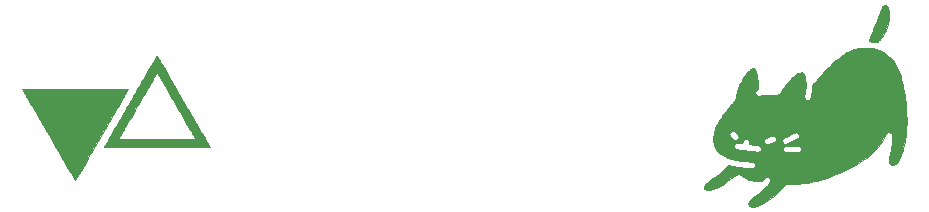
<source format=gbr>
%TF.GenerationSoftware,KiCad,Pcbnew,(5.1.12)-1*%
%TF.CreationDate,2022-12-21T19:59:57+07:00*%
%TF.ProjectId,Eclipse60,45636c69-7073-4653-9630-2e6b69636164,rev?*%
%TF.SameCoordinates,Original*%
%TF.FileFunction,Legend,Top*%
%TF.FilePolarity,Positive*%
%FSLAX46Y46*%
G04 Gerber Fmt 4.6, Leading zero omitted, Abs format (unit mm)*
G04 Created by KiCad (PCBNEW (5.1.12)-1) date 2022-12-21 19:59:57*
%MOMM*%
%LPD*%
G01*
G04 APERTURE LIST*
%ADD10C,0.010000*%
G04 APERTURE END LIST*
D10*
%TO.C,G\u002A\u002A\u002A*%
G36*
X138001741Y-106641471D02*
G01*
X138009147Y-106652341D01*
X138021172Y-106671308D01*
X138037964Y-106698627D01*
X138059670Y-106734551D01*
X138086439Y-106779334D01*
X138118416Y-106833230D01*
X138155751Y-106896492D01*
X138198590Y-106969375D01*
X138247081Y-107052132D01*
X138301372Y-107145017D01*
X138361609Y-107248284D01*
X138427941Y-107362187D01*
X138500516Y-107486979D01*
X138579479Y-107622915D01*
X138664980Y-107770247D01*
X138757166Y-107929231D01*
X138856184Y-108100119D01*
X138962182Y-108283166D01*
X139075306Y-108478625D01*
X139195706Y-108686751D01*
X139323528Y-108907796D01*
X139458920Y-109142015D01*
X139602029Y-109389662D01*
X139753003Y-109650990D01*
X139911989Y-109926254D01*
X140079135Y-110215707D01*
X140241210Y-110496427D01*
X140378356Y-110733996D01*
X140513390Y-110967926D01*
X140646067Y-111197786D01*
X140776137Y-111423149D01*
X140903354Y-111643583D01*
X141027470Y-111858660D01*
X141148237Y-112067951D01*
X141265408Y-112271026D01*
X141378735Y-112467456D01*
X141487971Y-112656812D01*
X141592868Y-112838664D01*
X141693178Y-113012582D01*
X141788654Y-113178138D01*
X141879049Y-113334903D01*
X141964114Y-113482446D01*
X142043602Y-113620338D01*
X142117266Y-113748151D01*
X142184858Y-113865454D01*
X142246130Y-113971819D01*
X142300835Y-114066816D01*
X142348725Y-114150015D01*
X142389553Y-114220988D01*
X142423071Y-114279305D01*
X142449031Y-114324537D01*
X142467187Y-114356254D01*
X142477290Y-114374027D01*
X142479433Y-114377926D01*
X142478830Y-114378915D01*
X142475966Y-114379854D01*
X142470423Y-114380745D01*
X142461783Y-114381589D01*
X142449630Y-114382388D01*
X142433544Y-114383142D01*
X142413110Y-114383853D01*
X142387908Y-114384522D01*
X142357523Y-114385151D01*
X142321535Y-114385740D01*
X142279529Y-114386291D01*
X142231085Y-114386805D01*
X142175787Y-114387283D01*
X142113218Y-114387727D01*
X142042958Y-114388138D01*
X141964592Y-114388517D01*
X141877701Y-114388866D01*
X141781869Y-114389185D01*
X141676676Y-114389476D01*
X141561707Y-114389740D01*
X141436542Y-114389978D01*
X141300766Y-114390192D01*
X141153960Y-114390383D01*
X140995706Y-114390552D01*
X140825588Y-114390700D01*
X140643187Y-114390829D01*
X140448087Y-114390939D01*
X140239869Y-114391033D01*
X140018116Y-114391112D01*
X139782411Y-114391175D01*
X139532335Y-114391226D01*
X139267472Y-114391265D01*
X138987404Y-114391293D01*
X138691714Y-114391312D01*
X138379983Y-114391323D01*
X138051794Y-114391326D01*
X138004802Y-114391326D01*
X137730198Y-114391319D01*
X137459850Y-114391296D01*
X137194250Y-114391259D01*
X136933892Y-114391208D01*
X136679268Y-114391144D01*
X136430871Y-114391066D01*
X136189193Y-114390976D01*
X135954728Y-114390873D01*
X135727968Y-114390759D01*
X135509406Y-114390633D01*
X135299535Y-114390496D01*
X135098847Y-114390349D01*
X134907836Y-114390192D01*
X134726995Y-114390025D01*
X134556815Y-114389850D01*
X134397790Y-114389665D01*
X134250412Y-114389473D01*
X134115175Y-114389272D01*
X133992571Y-114389065D01*
X133883093Y-114388850D01*
X133787233Y-114388629D01*
X133705486Y-114388402D01*
X133638342Y-114388170D01*
X133586295Y-114387932D01*
X133549839Y-114387690D01*
X133529464Y-114387444D01*
X133525030Y-114387262D01*
X133529216Y-114379666D01*
X133541573Y-114357930D01*
X133561800Y-114322575D01*
X133589596Y-114274122D01*
X133624660Y-114213094D01*
X133666690Y-114140011D01*
X133715387Y-114055394D01*
X133770449Y-113959766D01*
X133831575Y-113853647D01*
X133898463Y-113737560D01*
X133931563Y-113680127D01*
X134752292Y-113680127D01*
X138004600Y-113680127D01*
X138293112Y-113680117D01*
X138565118Y-113680088D01*
X138821045Y-113680037D01*
X139061321Y-113679963D01*
X139286374Y-113679866D01*
X139496629Y-113679743D01*
X139692516Y-113679593D01*
X139874460Y-113679415D01*
X140042890Y-113679207D01*
X140198233Y-113678968D01*
X140340916Y-113678697D01*
X140471366Y-113678392D01*
X140590012Y-113678052D01*
X140697280Y-113677675D01*
X140793597Y-113677260D01*
X140879391Y-113676805D01*
X140955089Y-113676310D01*
X141021119Y-113675773D01*
X141077908Y-113675192D01*
X141125884Y-113674566D01*
X141165473Y-113673894D01*
X141197103Y-113673174D01*
X141221202Y-113672404D01*
X141238196Y-113671585D01*
X141248513Y-113670713D01*
X141252581Y-113669788D01*
X141252670Y-113669543D01*
X141247861Y-113660742D01*
X141234954Y-113637950D01*
X141214301Y-113601778D01*
X141186258Y-113552840D01*
X141151177Y-113491747D01*
X141109413Y-113419111D01*
X141061319Y-113335544D01*
X141007250Y-113241660D01*
X140947558Y-113138068D01*
X140882598Y-113025383D01*
X140812724Y-112904215D01*
X140738288Y-112775178D01*
X140659646Y-112638882D01*
X140577151Y-112495941D01*
X140491157Y-112346967D01*
X140402017Y-112192571D01*
X140310086Y-112033365D01*
X140215717Y-111869962D01*
X140119264Y-111702975D01*
X140021080Y-111533014D01*
X139921520Y-111360693D01*
X139820938Y-111186622D01*
X139719686Y-111011416D01*
X139618120Y-110835684D01*
X139516592Y-110660041D01*
X139415457Y-110485097D01*
X139315069Y-110311465D01*
X139215780Y-110139757D01*
X139117946Y-109970586D01*
X139021919Y-109804562D01*
X138928054Y-109642299D01*
X138836704Y-109484409D01*
X138748224Y-109331503D01*
X138662967Y-109184194D01*
X138581286Y-109043094D01*
X138503536Y-108908816D01*
X138430071Y-108781970D01*
X138361243Y-108663169D01*
X138297408Y-108553026D01*
X138238919Y-108452153D01*
X138186129Y-108361161D01*
X138139393Y-108280663D01*
X138099063Y-108211271D01*
X138065495Y-108153597D01*
X138039042Y-108108253D01*
X138020058Y-108075852D01*
X138008896Y-108057005D01*
X138005829Y-108052094D01*
X138001347Y-108059228D01*
X137988752Y-108080414D01*
X137968400Y-108115040D01*
X137940644Y-108162494D01*
X137905838Y-108222163D01*
X137864337Y-108293435D01*
X137816496Y-108375697D01*
X137762667Y-108468337D01*
X137703206Y-108570743D01*
X137638466Y-108682302D01*
X137568802Y-108802401D01*
X137494569Y-108930428D01*
X137416119Y-109065771D01*
X137333808Y-109207818D01*
X137247989Y-109355955D01*
X137159017Y-109509571D01*
X137067247Y-109668053D01*
X136973031Y-109830788D01*
X136876725Y-109997165D01*
X136778683Y-110166570D01*
X136679259Y-110338392D01*
X136578806Y-110512017D01*
X136477680Y-110686834D01*
X136376235Y-110862230D01*
X136274824Y-111037593D01*
X136173802Y-111212309D01*
X136073523Y-111385767D01*
X135974342Y-111557355D01*
X135876612Y-111726459D01*
X135780688Y-111892468D01*
X135686923Y-112054769D01*
X135595673Y-112212749D01*
X135507292Y-112365797D01*
X135422132Y-112513299D01*
X135340550Y-112654644D01*
X135262899Y-112789218D01*
X135189532Y-112916409D01*
X135120806Y-113035606D01*
X135057073Y-113146195D01*
X134998687Y-113247564D01*
X134946004Y-113339101D01*
X134899377Y-113420193D01*
X134859160Y-113490228D01*
X134825708Y-113548593D01*
X134799375Y-113594677D01*
X134780515Y-113627865D01*
X134769482Y-113647547D01*
X134767311Y-113651556D01*
X134752292Y-113680127D01*
X133931563Y-113680127D01*
X133970814Y-113612024D01*
X134048325Y-113477563D01*
X134130696Y-113334696D01*
X134217626Y-113183946D01*
X134308813Y-113025834D01*
X134403957Y-112860881D01*
X134502757Y-112689609D01*
X134604912Y-112512539D01*
X134710120Y-112330192D01*
X134818081Y-112143090D01*
X134928493Y-111951755D01*
X135041056Y-111756707D01*
X135155469Y-111558468D01*
X135271430Y-111357560D01*
X135388638Y-111154503D01*
X135506793Y-110949819D01*
X135625594Y-110744031D01*
X135744739Y-110537658D01*
X135863927Y-110331222D01*
X135982858Y-110125245D01*
X136101230Y-109920248D01*
X136218742Y-109716753D01*
X136335094Y-109515281D01*
X136449984Y-109316353D01*
X136563111Y-109120491D01*
X136674174Y-108928216D01*
X136782873Y-108740049D01*
X136888906Y-108556512D01*
X136991972Y-108378127D01*
X137091770Y-108205414D01*
X137187999Y-108038895D01*
X137280358Y-107879092D01*
X137368547Y-107726525D01*
X137452263Y-107581717D01*
X137531206Y-107445188D01*
X137605076Y-107317460D01*
X137673570Y-107199055D01*
X137736388Y-107090493D01*
X137793229Y-106992297D01*
X137843792Y-106904987D01*
X137887776Y-106829085D01*
X137924880Y-106765112D01*
X137954803Y-106713591D01*
X137977243Y-106675041D01*
X137991900Y-106649985D01*
X137998473Y-106638943D01*
X137998806Y-106638444D01*
X138001741Y-106641471D01*
G37*
X138001741Y-106641471D02*
X138009147Y-106652341D01*
X138021172Y-106671308D01*
X138037964Y-106698627D01*
X138059670Y-106734551D01*
X138086439Y-106779334D01*
X138118416Y-106833230D01*
X138155751Y-106896492D01*
X138198590Y-106969375D01*
X138247081Y-107052132D01*
X138301372Y-107145017D01*
X138361609Y-107248284D01*
X138427941Y-107362187D01*
X138500516Y-107486979D01*
X138579479Y-107622915D01*
X138664980Y-107770247D01*
X138757166Y-107929231D01*
X138856184Y-108100119D01*
X138962182Y-108283166D01*
X139075306Y-108478625D01*
X139195706Y-108686751D01*
X139323528Y-108907796D01*
X139458920Y-109142015D01*
X139602029Y-109389662D01*
X139753003Y-109650990D01*
X139911989Y-109926254D01*
X140079135Y-110215707D01*
X140241210Y-110496427D01*
X140378356Y-110733996D01*
X140513390Y-110967926D01*
X140646067Y-111197786D01*
X140776137Y-111423149D01*
X140903354Y-111643583D01*
X141027470Y-111858660D01*
X141148237Y-112067951D01*
X141265408Y-112271026D01*
X141378735Y-112467456D01*
X141487971Y-112656812D01*
X141592868Y-112838664D01*
X141693178Y-113012582D01*
X141788654Y-113178138D01*
X141879049Y-113334903D01*
X141964114Y-113482446D01*
X142043602Y-113620338D01*
X142117266Y-113748151D01*
X142184858Y-113865454D01*
X142246130Y-113971819D01*
X142300835Y-114066816D01*
X142348725Y-114150015D01*
X142389553Y-114220988D01*
X142423071Y-114279305D01*
X142449031Y-114324537D01*
X142467187Y-114356254D01*
X142477290Y-114374027D01*
X142479433Y-114377926D01*
X142478830Y-114378915D01*
X142475966Y-114379854D01*
X142470423Y-114380745D01*
X142461783Y-114381589D01*
X142449630Y-114382388D01*
X142433544Y-114383142D01*
X142413110Y-114383853D01*
X142387908Y-114384522D01*
X142357523Y-114385151D01*
X142321535Y-114385740D01*
X142279529Y-114386291D01*
X142231085Y-114386805D01*
X142175787Y-114387283D01*
X142113218Y-114387727D01*
X142042958Y-114388138D01*
X141964592Y-114388517D01*
X141877701Y-114388866D01*
X141781869Y-114389185D01*
X141676676Y-114389476D01*
X141561707Y-114389740D01*
X141436542Y-114389978D01*
X141300766Y-114390192D01*
X141153960Y-114390383D01*
X140995706Y-114390552D01*
X140825588Y-114390700D01*
X140643187Y-114390829D01*
X140448087Y-114390939D01*
X140239869Y-114391033D01*
X140018116Y-114391112D01*
X139782411Y-114391175D01*
X139532335Y-114391226D01*
X139267472Y-114391265D01*
X138987404Y-114391293D01*
X138691714Y-114391312D01*
X138379983Y-114391323D01*
X138051794Y-114391326D01*
X138004802Y-114391326D01*
X137730198Y-114391319D01*
X137459850Y-114391296D01*
X137194250Y-114391259D01*
X136933892Y-114391208D01*
X136679268Y-114391144D01*
X136430871Y-114391066D01*
X136189193Y-114390976D01*
X135954728Y-114390873D01*
X135727968Y-114390759D01*
X135509406Y-114390633D01*
X135299535Y-114390496D01*
X135098847Y-114390349D01*
X134907836Y-114390192D01*
X134726995Y-114390025D01*
X134556815Y-114389850D01*
X134397790Y-114389665D01*
X134250412Y-114389473D01*
X134115175Y-114389272D01*
X133992571Y-114389065D01*
X133883093Y-114388850D01*
X133787233Y-114388629D01*
X133705486Y-114388402D01*
X133638342Y-114388170D01*
X133586295Y-114387932D01*
X133549839Y-114387690D01*
X133529464Y-114387444D01*
X133525030Y-114387262D01*
X133529216Y-114379666D01*
X133541573Y-114357930D01*
X133561800Y-114322575D01*
X133589596Y-114274122D01*
X133624660Y-114213094D01*
X133666690Y-114140011D01*
X133715387Y-114055394D01*
X133770449Y-113959766D01*
X133831575Y-113853647D01*
X133898463Y-113737560D01*
X133931563Y-113680127D01*
X134752292Y-113680127D01*
X138004600Y-113680127D01*
X138293112Y-113680117D01*
X138565118Y-113680088D01*
X138821045Y-113680037D01*
X139061321Y-113679963D01*
X139286374Y-113679866D01*
X139496629Y-113679743D01*
X139692516Y-113679593D01*
X139874460Y-113679415D01*
X140042890Y-113679207D01*
X140198233Y-113678968D01*
X140340916Y-113678697D01*
X140471366Y-113678392D01*
X140590012Y-113678052D01*
X140697280Y-113677675D01*
X140793597Y-113677260D01*
X140879391Y-113676805D01*
X140955089Y-113676310D01*
X141021119Y-113675773D01*
X141077908Y-113675192D01*
X141125884Y-113674566D01*
X141165473Y-113673894D01*
X141197103Y-113673174D01*
X141221202Y-113672404D01*
X141238196Y-113671585D01*
X141248513Y-113670713D01*
X141252581Y-113669788D01*
X141252670Y-113669543D01*
X141247861Y-113660742D01*
X141234954Y-113637950D01*
X141214301Y-113601778D01*
X141186258Y-113552840D01*
X141151177Y-113491747D01*
X141109413Y-113419111D01*
X141061319Y-113335544D01*
X141007250Y-113241660D01*
X140947558Y-113138068D01*
X140882598Y-113025383D01*
X140812724Y-112904215D01*
X140738288Y-112775178D01*
X140659646Y-112638882D01*
X140577151Y-112495941D01*
X140491157Y-112346967D01*
X140402017Y-112192571D01*
X140310086Y-112033365D01*
X140215717Y-111869962D01*
X140119264Y-111702975D01*
X140021080Y-111533014D01*
X139921520Y-111360693D01*
X139820938Y-111186622D01*
X139719686Y-111011416D01*
X139618120Y-110835684D01*
X139516592Y-110660041D01*
X139415457Y-110485097D01*
X139315069Y-110311465D01*
X139215780Y-110139757D01*
X139117946Y-109970586D01*
X139021919Y-109804562D01*
X138928054Y-109642299D01*
X138836704Y-109484409D01*
X138748224Y-109331503D01*
X138662967Y-109184194D01*
X138581286Y-109043094D01*
X138503536Y-108908816D01*
X138430071Y-108781970D01*
X138361243Y-108663169D01*
X138297408Y-108553026D01*
X138238919Y-108452153D01*
X138186129Y-108361161D01*
X138139393Y-108280663D01*
X138099063Y-108211271D01*
X138065495Y-108153597D01*
X138039042Y-108108253D01*
X138020058Y-108075852D01*
X138008896Y-108057005D01*
X138005829Y-108052094D01*
X138001347Y-108059228D01*
X137988752Y-108080414D01*
X137968400Y-108115040D01*
X137940644Y-108162494D01*
X137905838Y-108222163D01*
X137864337Y-108293435D01*
X137816496Y-108375697D01*
X137762667Y-108468337D01*
X137703206Y-108570743D01*
X137638466Y-108682302D01*
X137568802Y-108802401D01*
X137494569Y-108930428D01*
X137416119Y-109065771D01*
X137333808Y-109207818D01*
X137247989Y-109355955D01*
X137159017Y-109509571D01*
X137067247Y-109668053D01*
X136973031Y-109830788D01*
X136876725Y-109997165D01*
X136778683Y-110166570D01*
X136679259Y-110338392D01*
X136578806Y-110512017D01*
X136477680Y-110686834D01*
X136376235Y-110862230D01*
X136274824Y-111037593D01*
X136173802Y-111212309D01*
X136073523Y-111385767D01*
X135974342Y-111557355D01*
X135876612Y-111726459D01*
X135780688Y-111892468D01*
X135686923Y-112054769D01*
X135595673Y-112212749D01*
X135507292Y-112365797D01*
X135422132Y-112513299D01*
X135340550Y-112654644D01*
X135262899Y-112789218D01*
X135189532Y-112916409D01*
X135120806Y-113035606D01*
X135057073Y-113146195D01*
X134998687Y-113247564D01*
X134946004Y-113339101D01*
X134899377Y-113420193D01*
X134859160Y-113490228D01*
X134825708Y-113548593D01*
X134799375Y-113594677D01*
X134780515Y-113627865D01*
X134769482Y-113647547D01*
X134767311Y-113651556D01*
X134752292Y-113680127D01*
X133931563Y-113680127D01*
X133970814Y-113612024D01*
X134048325Y-113477563D01*
X134130696Y-113334696D01*
X134217626Y-113183946D01*
X134308813Y-113025834D01*
X134403957Y-112860881D01*
X134502757Y-112689609D01*
X134604912Y-112512539D01*
X134710120Y-112330192D01*
X134818081Y-112143090D01*
X134928493Y-111951755D01*
X135041056Y-111756707D01*
X135155469Y-111558468D01*
X135271430Y-111357560D01*
X135388638Y-111154503D01*
X135506793Y-110949819D01*
X135625594Y-110744031D01*
X135744739Y-110537658D01*
X135863927Y-110331222D01*
X135982858Y-110125245D01*
X136101230Y-109920248D01*
X136218742Y-109716753D01*
X136335094Y-109515281D01*
X136449984Y-109316353D01*
X136563111Y-109120491D01*
X136674174Y-108928216D01*
X136782873Y-108740049D01*
X136888906Y-108556512D01*
X136991972Y-108378127D01*
X137091770Y-108205414D01*
X137187999Y-108038895D01*
X137280358Y-107879092D01*
X137368547Y-107726525D01*
X137452263Y-107581717D01*
X137531206Y-107445188D01*
X137605076Y-107317460D01*
X137673570Y-107199055D01*
X137736388Y-107090493D01*
X137793229Y-106992297D01*
X137843792Y-106904987D01*
X137887776Y-106829085D01*
X137924880Y-106765112D01*
X137954803Y-106713591D01*
X137977243Y-106675041D01*
X137991900Y-106649985D01*
X137998473Y-106638943D01*
X137998806Y-106638444D01*
X138001741Y-106641471D01*
G36*
X131351861Y-109446801D02*
G01*
X131622210Y-109446823D01*
X131887809Y-109446860D01*
X132148168Y-109446911D01*
X132402792Y-109446976D01*
X132651189Y-109447053D01*
X132892867Y-109447144D01*
X133127332Y-109447246D01*
X133354092Y-109447360D01*
X133572654Y-109447486D01*
X133782525Y-109447623D01*
X133983212Y-109447770D01*
X134174223Y-109447927D01*
X134355065Y-109448093D01*
X134525245Y-109448269D01*
X134684270Y-109448453D01*
X134831648Y-109448645D01*
X134966885Y-109448845D01*
X135089489Y-109449053D01*
X135198967Y-109449267D01*
X135294826Y-109449488D01*
X135376574Y-109449715D01*
X135443718Y-109449947D01*
X135495764Y-109450184D01*
X135532221Y-109450426D01*
X135552595Y-109450672D01*
X135557030Y-109450853D01*
X135552844Y-109458450D01*
X135540487Y-109480187D01*
X135520260Y-109515542D01*
X135492464Y-109563995D01*
X135457400Y-109625024D01*
X135415370Y-109698107D01*
X135366673Y-109782724D01*
X135311611Y-109878352D01*
X135250486Y-109984471D01*
X135183597Y-110100559D01*
X135111247Y-110226095D01*
X135033736Y-110360557D01*
X134951366Y-110503424D01*
X134864436Y-110654174D01*
X134773249Y-110812287D01*
X134678105Y-110977240D01*
X134579305Y-111148513D01*
X134477151Y-111325583D01*
X134371943Y-111507930D01*
X134263983Y-111695032D01*
X134153571Y-111886368D01*
X134041008Y-112081417D01*
X133926596Y-112279656D01*
X133810635Y-112480565D01*
X133693427Y-112683622D01*
X133575272Y-112888306D01*
X133456472Y-113094095D01*
X133337327Y-113300468D01*
X133218139Y-113506904D01*
X133099209Y-113712882D01*
X132980837Y-113917879D01*
X132863325Y-114121374D01*
X132746974Y-114322847D01*
X132632084Y-114521775D01*
X132518958Y-114717637D01*
X132407894Y-114909913D01*
X132299196Y-115098080D01*
X132193164Y-115281617D01*
X132090098Y-115460002D01*
X131990300Y-115632716D01*
X131894071Y-115799235D01*
X131801712Y-115959038D01*
X131713524Y-116111605D01*
X131629808Y-116256413D01*
X131550865Y-116392942D01*
X131476996Y-116520670D01*
X131408502Y-116639075D01*
X131345683Y-116747637D01*
X131288842Y-116845834D01*
X131238279Y-116933143D01*
X131194296Y-117009045D01*
X131157192Y-117073018D01*
X131127269Y-117124540D01*
X131104829Y-117163089D01*
X131090172Y-117188145D01*
X131083599Y-117199187D01*
X131083266Y-117199685D01*
X131080343Y-117196681D01*
X131072973Y-117185874D01*
X131061006Y-117167010D01*
X131044295Y-117139833D01*
X131022692Y-117104090D01*
X130996048Y-117059524D01*
X130964216Y-117005882D01*
X130927046Y-116942907D01*
X130884391Y-116870345D01*
X130836102Y-116787941D01*
X130782032Y-116695440D01*
X130722032Y-116592587D01*
X130655954Y-116479127D01*
X130583649Y-116354806D01*
X130504970Y-116219367D01*
X130419768Y-116072556D01*
X130327896Y-115914118D01*
X130229204Y-115743799D01*
X130123545Y-115561343D01*
X130010770Y-115366494D01*
X129890731Y-115158999D01*
X129763281Y-114938603D01*
X129628270Y-114705049D01*
X129485551Y-114458084D01*
X129334975Y-114197452D01*
X129176395Y-113922898D01*
X129009661Y-113634167D01*
X128840943Y-113341947D01*
X128703799Y-113104384D01*
X128568765Y-112870459D01*
X128436089Y-112640603D01*
X128306018Y-112415244D01*
X128178801Y-112194812D01*
X128054685Y-111979737D01*
X127933917Y-111770447D01*
X127816746Y-111567373D01*
X127703418Y-111370943D01*
X127594182Y-111181587D01*
X127489284Y-110999735D01*
X127388973Y-110825815D01*
X127293496Y-110660257D01*
X127203101Y-110503491D01*
X127118035Y-110355946D01*
X127038546Y-110218051D01*
X126964882Y-110090236D01*
X126897290Y-109972930D01*
X126836017Y-109866563D01*
X126781312Y-109771563D01*
X126733422Y-109688361D01*
X126692595Y-109617385D01*
X126659077Y-109559066D01*
X126633118Y-109513832D01*
X126614964Y-109482113D01*
X126604862Y-109464338D01*
X126602721Y-109460438D01*
X126603224Y-109459432D01*
X126605806Y-109458477D01*
X126610884Y-109457570D01*
X126618878Y-109456711D01*
X126630206Y-109455899D01*
X126645287Y-109455132D01*
X126664541Y-109454409D01*
X126688385Y-109453728D01*
X126717239Y-109453089D01*
X126751522Y-109452490D01*
X126791652Y-109451929D01*
X126838048Y-109451406D01*
X126891129Y-109450920D01*
X126951314Y-109450468D01*
X127019022Y-109450050D01*
X127094672Y-109449665D01*
X127178681Y-109449310D01*
X127271470Y-109448986D01*
X127373457Y-109448690D01*
X127485061Y-109448421D01*
X127606701Y-109448178D01*
X127738795Y-109447961D01*
X127881762Y-109447766D01*
X128036022Y-109447594D01*
X128201993Y-109447443D01*
X128380094Y-109447311D01*
X128570743Y-109447198D01*
X128774360Y-109447102D01*
X128991363Y-109447021D01*
X129222171Y-109446955D01*
X129467204Y-109446903D01*
X129726879Y-109446862D01*
X130001616Y-109446832D01*
X130291833Y-109446812D01*
X130597950Y-109446799D01*
X130920385Y-109446794D01*
X131077257Y-109446793D01*
X131351861Y-109446801D01*
G37*
X131351861Y-109446801D02*
X131622210Y-109446823D01*
X131887809Y-109446860D01*
X132148168Y-109446911D01*
X132402792Y-109446976D01*
X132651189Y-109447053D01*
X132892867Y-109447144D01*
X133127332Y-109447246D01*
X133354092Y-109447360D01*
X133572654Y-109447486D01*
X133782525Y-109447623D01*
X133983212Y-109447770D01*
X134174223Y-109447927D01*
X134355065Y-109448093D01*
X134525245Y-109448269D01*
X134684270Y-109448453D01*
X134831648Y-109448645D01*
X134966885Y-109448845D01*
X135089489Y-109449053D01*
X135198967Y-109449267D01*
X135294826Y-109449488D01*
X135376574Y-109449715D01*
X135443718Y-109449947D01*
X135495764Y-109450184D01*
X135532221Y-109450426D01*
X135552595Y-109450672D01*
X135557030Y-109450853D01*
X135552844Y-109458450D01*
X135540487Y-109480187D01*
X135520260Y-109515542D01*
X135492464Y-109563995D01*
X135457400Y-109625024D01*
X135415370Y-109698107D01*
X135366673Y-109782724D01*
X135311611Y-109878352D01*
X135250486Y-109984471D01*
X135183597Y-110100559D01*
X135111247Y-110226095D01*
X135033736Y-110360557D01*
X134951366Y-110503424D01*
X134864436Y-110654174D01*
X134773249Y-110812287D01*
X134678105Y-110977240D01*
X134579305Y-111148513D01*
X134477151Y-111325583D01*
X134371943Y-111507930D01*
X134263983Y-111695032D01*
X134153571Y-111886368D01*
X134041008Y-112081417D01*
X133926596Y-112279656D01*
X133810635Y-112480565D01*
X133693427Y-112683622D01*
X133575272Y-112888306D01*
X133456472Y-113094095D01*
X133337327Y-113300468D01*
X133218139Y-113506904D01*
X133099209Y-113712882D01*
X132980837Y-113917879D01*
X132863325Y-114121374D01*
X132746974Y-114322847D01*
X132632084Y-114521775D01*
X132518958Y-114717637D01*
X132407894Y-114909913D01*
X132299196Y-115098080D01*
X132193164Y-115281617D01*
X132090098Y-115460002D01*
X131990300Y-115632716D01*
X131894071Y-115799235D01*
X131801712Y-115959038D01*
X131713524Y-116111605D01*
X131629808Y-116256413D01*
X131550865Y-116392942D01*
X131476996Y-116520670D01*
X131408502Y-116639075D01*
X131345683Y-116747637D01*
X131288842Y-116845834D01*
X131238279Y-116933143D01*
X131194296Y-117009045D01*
X131157192Y-117073018D01*
X131127269Y-117124540D01*
X131104829Y-117163089D01*
X131090172Y-117188145D01*
X131083599Y-117199187D01*
X131083266Y-117199685D01*
X131080343Y-117196681D01*
X131072973Y-117185874D01*
X131061006Y-117167010D01*
X131044295Y-117139833D01*
X131022692Y-117104090D01*
X130996048Y-117059524D01*
X130964216Y-117005882D01*
X130927046Y-116942907D01*
X130884391Y-116870345D01*
X130836102Y-116787941D01*
X130782032Y-116695440D01*
X130722032Y-116592587D01*
X130655954Y-116479127D01*
X130583649Y-116354806D01*
X130504970Y-116219367D01*
X130419768Y-116072556D01*
X130327896Y-115914118D01*
X130229204Y-115743799D01*
X130123545Y-115561343D01*
X130010770Y-115366494D01*
X129890731Y-115158999D01*
X129763281Y-114938603D01*
X129628270Y-114705049D01*
X129485551Y-114458084D01*
X129334975Y-114197452D01*
X129176395Y-113922898D01*
X129009661Y-113634167D01*
X128840943Y-113341947D01*
X128703799Y-113104384D01*
X128568765Y-112870459D01*
X128436089Y-112640603D01*
X128306018Y-112415244D01*
X128178801Y-112194812D01*
X128054685Y-111979737D01*
X127933917Y-111770447D01*
X127816746Y-111567373D01*
X127703418Y-111370943D01*
X127594182Y-111181587D01*
X127489284Y-110999735D01*
X127388973Y-110825815D01*
X127293496Y-110660257D01*
X127203101Y-110503491D01*
X127118035Y-110355946D01*
X127038546Y-110218051D01*
X126964882Y-110090236D01*
X126897290Y-109972930D01*
X126836017Y-109866563D01*
X126781312Y-109771563D01*
X126733422Y-109688361D01*
X126692595Y-109617385D01*
X126659077Y-109559066D01*
X126633118Y-109513832D01*
X126614964Y-109482113D01*
X126604862Y-109464338D01*
X126602721Y-109460438D01*
X126603224Y-109459432D01*
X126605806Y-109458477D01*
X126610884Y-109457570D01*
X126618878Y-109456711D01*
X126630206Y-109455899D01*
X126645287Y-109455132D01*
X126664541Y-109454409D01*
X126688385Y-109453728D01*
X126717239Y-109453089D01*
X126751522Y-109452490D01*
X126791652Y-109451929D01*
X126838048Y-109451406D01*
X126891129Y-109450920D01*
X126951314Y-109450468D01*
X127019022Y-109450050D01*
X127094672Y-109449665D01*
X127178681Y-109449310D01*
X127271470Y-109448986D01*
X127373457Y-109448690D01*
X127485061Y-109448421D01*
X127606701Y-109448178D01*
X127738795Y-109447961D01*
X127881762Y-109447766D01*
X128036022Y-109447594D01*
X128201993Y-109447443D01*
X128380094Y-109447311D01*
X128570743Y-109447198D01*
X128774360Y-109447102D01*
X128991363Y-109447021D01*
X129222171Y-109446955D01*
X129467204Y-109446903D01*
X129726879Y-109446862D01*
X130001616Y-109446832D01*
X130291833Y-109446812D01*
X130597950Y-109446799D01*
X130920385Y-109446794D01*
X131077257Y-109446793D01*
X131351861Y-109446801D01*
%TO.C,c*%
G36*
X198227346Y-105980987D02*
G01*
X198418682Y-105994110D01*
X198596271Y-106013672D01*
X198627700Y-106018076D01*
X198873741Y-106066003D01*
X199108700Y-106136599D01*
X199332704Y-106229945D01*
X199545881Y-106346126D01*
X199748356Y-106485224D01*
X199940257Y-106647323D01*
X200121712Y-106832506D01*
X200292847Y-107040855D01*
X200383202Y-107166200D01*
X200490718Y-107328853D01*
X200589118Y-107492169D01*
X200679323Y-107658620D01*
X200762256Y-107830678D01*
X200838839Y-108010816D01*
X200909993Y-108201505D01*
X200976642Y-108405219D01*
X201039708Y-108624429D01*
X201100112Y-108861608D01*
X201158777Y-109119228D01*
X201216626Y-109399762D01*
X201216948Y-109401400D01*
X201276245Y-109714346D01*
X201326781Y-110008865D01*
X201369070Y-110290177D01*
X201403626Y-110563500D01*
X201430961Y-110834054D01*
X201451588Y-111107058D01*
X201466021Y-111387733D01*
X201474772Y-111681297D01*
X201478355Y-111992970D01*
X201478500Y-112062050D01*
X201477989Y-112263007D01*
X201476027Y-112442823D01*
X201472347Y-112605727D01*
X201466682Y-112755950D01*
X201458764Y-112897721D01*
X201448326Y-113035271D01*
X201435099Y-113172831D01*
X201418816Y-113314631D01*
X201399211Y-113464900D01*
X201382115Y-113586050D01*
X201349186Y-113790680D01*
X201308985Y-114002286D01*
X201262642Y-114216516D01*
X201211292Y-114429013D01*
X201156064Y-114635425D01*
X201098093Y-114831398D01*
X201038510Y-115012576D01*
X200978447Y-115174606D01*
X200952754Y-115237307D01*
X200914637Y-115321515D01*
X200868832Y-115413678D01*
X200818968Y-115507157D01*
X200768676Y-115595312D01*
X200721585Y-115671504D01*
X200690776Y-115716495D01*
X200618401Y-115795095D01*
X200531835Y-115853043D01*
X200432783Y-115889505D01*
X200322948Y-115903643D01*
X200309565Y-115903800D01*
X200217142Y-115895997D01*
X200142152Y-115871480D01*
X200081571Y-115828587D01*
X200032371Y-115765654D01*
X200020667Y-115745050D01*
X200009849Y-115722258D01*
X200002346Y-115697988D01*
X199997581Y-115667171D01*
X199994973Y-115624736D01*
X199993946Y-115565615D01*
X199993860Y-115510100D01*
X199994122Y-115458565D01*
X199995067Y-115413084D01*
X199997206Y-115370474D01*
X200001051Y-115327550D01*
X200007113Y-115281130D01*
X200015903Y-115228031D01*
X200027932Y-115165068D01*
X200043711Y-115089059D01*
X200063751Y-114996821D01*
X200088565Y-114885169D01*
X200108490Y-114796239D01*
X200127972Y-114707539D01*
X200147410Y-114615694D01*
X200165333Y-114527903D01*
X200180268Y-114451362D01*
X200189723Y-114399299D01*
X200204004Y-114302793D01*
X200217530Y-114186924D01*
X200229826Y-114057728D01*
X200240414Y-113921242D01*
X200248819Y-113783500D01*
X200254564Y-113650538D01*
X200256986Y-113546978D01*
X200257747Y-113467192D01*
X200257477Y-113408302D01*
X200255758Y-113365812D01*
X200252171Y-113335226D01*
X200246296Y-113312046D01*
X200237716Y-113291777D01*
X200232238Y-113281250D01*
X200181465Y-113210174D01*
X200117824Y-113158955D01*
X200044191Y-113129428D01*
X199983832Y-113122624D01*
X199933185Y-113129963D01*
X199876030Y-113148933D01*
X199822531Y-113175264D01*
X199782849Y-113204686D01*
X199779139Y-113208624D01*
X199766540Y-113227792D01*
X199745030Y-113265918D01*
X199716699Y-113319066D01*
X199683638Y-113383302D01*
X199647938Y-113454689D01*
X199641920Y-113466921D01*
X199515925Y-113709150D01*
X199384302Y-113932281D01*
X199243259Y-114141598D01*
X199089000Y-114342389D01*
X198917734Y-114539940D01*
X198736141Y-114729107D01*
X198567369Y-114891035D01*
X198391770Y-115046371D01*
X198206387Y-115197336D01*
X198008265Y-115346152D01*
X197794448Y-115495040D01*
X197561981Y-115646224D01*
X197313250Y-115798734D01*
X196814489Y-116082655D01*
X196307405Y-116343446D01*
X195792954Y-116580681D01*
X195272091Y-116793937D01*
X194745773Y-116982787D01*
X194409276Y-117089810D01*
X194133821Y-117170206D01*
X193875160Y-117239446D01*
X193627878Y-117298698D01*
X193386559Y-117349133D01*
X193145789Y-117391920D01*
X192900153Y-117428229D01*
X192760300Y-117445947D01*
X192649208Y-117458311D01*
X192535120Y-117469009D01*
X192414009Y-117478300D01*
X192281845Y-117486445D01*
X192134600Y-117493705D01*
X191968246Y-117500340D01*
X191864950Y-117503890D01*
X191725048Y-117508799D01*
X191608024Y-117513734D01*
X191511353Y-117518955D01*
X191432515Y-117524719D01*
X191368986Y-117531284D01*
X191318244Y-117538910D01*
X191277768Y-117547854D01*
X191245033Y-117558374D01*
X191218880Y-117570028D01*
X191195286Y-117585885D01*
X191159432Y-117614566D01*
X191114967Y-117652674D01*
X191065543Y-117696809D01*
X191014809Y-117743575D01*
X190966417Y-117789574D01*
X190924016Y-117831408D01*
X190891259Y-117865680D01*
X190871794Y-117888993D01*
X190868000Y-117896595D01*
X190859189Y-117908781D01*
X190835650Y-117933329D01*
X190801719Y-117965817D01*
X190785450Y-117980733D01*
X190748329Y-118015955D01*
X190719862Y-118046028D01*
X190704436Y-118066186D01*
X190702900Y-118070452D01*
X190693629Y-118086339D01*
X190667671Y-118115962D01*
X190627801Y-118156739D01*
X190576798Y-118206089D01*
X190517439Y-118261430D01*
X190452502Y-118320183D01*
X190384764Y-118379765D01*
X190317004Y-118437595D01*
X190251998Y-118491092D01*
X190239350Y-118501221D01*
X190006621Y-118681786D01*
X189786650Y-118842309D01*
X189577880Y-118983730D01*
X189378753Y-119106989D01*
X189187713Y-119213027D01*
X189003203Y-119302783D01*
X188823664Y-119377198D01*
X188736670Y-119408470D01*
X188623501Y-119438819D01*
X188509188Y-119454276D01*
X188401102Y-119454213D01*
X188327647Y-119443395D01*
X188235769Y-119412993D01*
X188163564Y-119368591D01*
X188111968Y-119311175D01*
X188081915Y-119241732D01*
X188074000Y-119175687D01*
X188076535Y-119134114D01*
X188084947Y-119093027D01*
X188100442Y-119051240D01*
X188124227Y-119007567D01*
X188157512Y-118960824D01*
X188201502Y-118909826D01*
X188257406Y-118853386D01*
X188326431Y-118790321D01*
X188409783Y-118719444D01*
X188508672Y-118639570D01*
X188624304Y-118549515D01*
X188757887Y-118448093D01*
X188910629Y-118334119D01*
X188994750Y-118271916D01*
X189086687Y-118199159D01*
X189189535Y-118109086D01*
X189299717Y-118005245D01*
X189413656Y-117891182D01*
X189527775Y-117770445D01*
X189638498Y-117646580D01*
X189709006Y-117563602D01*
X189778651Y-117478581D01*
X189832830Y-117409149D01*
X189873332Y-117352259D01*
X189901952Y-117304866D01*
X189920479Y-117263923D01*
X189930707Y-117226383D01*
X189934426Y-117189201D01*
X189934550Y-117180150D01*
X189922535Y-117108061D01*
X189889166Y-117041780D01*
X189838458Y-116985824D01*
X189774423Y-116944715D01*
X189706938Y-116923850D01*
X189636791Y-116925301D01*
X189563311Y-116951768D01*
X189486712Y-117003113D01*
X189407208Y-117079200D01*
X189343646Y-117155208D01*
X189305870Y-117197876D01*
X189262995Y-117237095D01*
X189230809Y-117260199D01*
X189198526Y-117277431D01*
X189168633Y-117287557D01*
X189132659Y-117292249D01*
X189082132Y-117293180D01*
X189064600Y-117293000D01*
X188955923Y-117287666D01*
X188829755Y-117275021D01*
X188692571Y-117256162D01*
X188550850Y-117232184D01*
X188411067Y-117204184D01*
X188279699Y-117173257D01*
X188163223Y-117140499D01*
X188163009Y-117140433D01*
X187998382Y-117082505D01*
X187848229Y-117014814D01*
X187705211Y-116933448D01*
X187561988Y-116834498D01*
X187501396Y-116787851D01*
X187420425Y-116729202D01*
X187349298Y-116690850D01*
X187283687Y-116672014D01*
X187219266Y-116671911D01*
X187151706Y-116689759D01*
X187096100Y-116714594D01*
X187063567Y-116732169D01*
X187027020Y-116754242D01*
X186984085Y-116782497D01*
X186932391Y-116818620D01*
X186869564Y-116864293D01*
X186793234Y-116921202D01*
X186701026Y-116991029D01*
X186625998Y-117048318D01*
X186310254Y-117276961D01*
X185991483Y-117481557D01*
X185667346Y-117663447D01*
X185335506Y-117823973D01*
X185108255Y-117920021D01*
X185013884Y-117956890D01*
X184937442Y-117984380D01*
X184873743Y-118003642D01*
X184817605Y-118015831D01*
X184763841Y-118022099D01*
X184707267Y-118023598D01*
X184650235Y-118021849D01*
X184544971Y-118012485D01*
X184462496Y-117994797D01*
X184401259Y-117967723D01*
X184359709Y-117930198D01*
X184336294Y-117881160D01*
X184329463Y-117819546D01*
X184330139Y-117802450D01*
X184344972Y-117720927D01*
X184377016Y-117635642D01*
X184422198Y-117556692D01*
X184437705Y-117535754D01*
X184466610Y-117503748D01*
X184509309Y-117463792D01*
X184566751Y-117415166D01*
X184639886Y-117357150D01*
X184729662Y-117289024D01*
X184837027Y-117210067D01*
X184962932Y-117119559D01*
X185108325Y-117016781D01*
X185273650Y-116901362D01*
X185348969Y-116848361D01*
X185426464Y-116792635D01*
X185500233Y-116738512D01*
X185564376Y-116690316D01*
X185610200Y-116654621D01*
X185681812Y-116594378D01*
X185765199Y-116519628D01*
X185855520Y-116435072D01*
X185947929Y-116345412D01*
X186037585Y-116255349D01*
X186119645Y-116169585D01*
X186189265Y-116092822D01*
X186191318Y-116090469D01*
X186246418Y-116028629D01*
X186292830Y-115982261D01*
X186335164Y-115950167D01*
X186378030Y-115931146D01*
X186426040Y-115923996D01*
X186483805Y-115927517D01*
X186555934Y-115940508D01*
X186647038Y-115961769D01*
X186666853Y-115966640D01*
X186859166Y-116010585D01*
X187060055Y-116049440D01*
X187272842Y-116083688D01*
X187500853Y-116113813D01*
X187747411Y-116140302D01*
X188015841Y-116163637D01*
X188021360Y-116164068D01*
X188141654Y-116172990D01*
X188239751Y-116178917D01*
X188318716Y-116181507D01*
X188381614Y-116180418D01*
X188431509Y-116175308D01*
X188471465Y-116165836D01*
X188504547Y-116151659D01*
X188533819Y-116132436D01*
X188562345Y-116107826D01*
X188567237Y-116103181D01*
X188619679Y-116041209D01*
X188648743Y-115976348D01*
X188656385Y-115903881D01*
X188655666Y-115890071D01*
X188640031Y-115813179D01*
X188604313Y-115750574D01*
X188546877Y-115699778D01*
X188519059Y-115683080D01*
X188490585Y-115668776D01*
X188461932Y-115657940D01*
X188427937Y-115649526D01*
X188383438Y-115642490D01*
X188323271Y-115635787D01*
X188253728Y-115629373D01*
X188003734Y-115606606D01*
X187776903Y-115584149D01*
X187571010Y-115561548D01*
X187383829Y-115538350D01*
X187213134Y-115514103D01*
X187056700Y-115488353D01*
X186912302Y-115460647D01*
X186777714Y-115430531D01*
X186650711Y-115397554D01*
X186529066Y-115361261D01*
X186410555Y-115321199D01*
X186292952Y-115276916D01*
X186174032Y-115227958D01*
X186080261Y-115186833D01*
X185898767Y-115093821D01*
X185733824Y-114985630D01*
X185586929Y-114863659D01*
X185459575Y-114729310D01*
X185353258Y-114583983D01*
X185269473Y-114429080D01*
X185267966Y-114425735D01*
X185217938Y-114292088D01*
X186831303Y-114292088D01*
X186839715Y-114367413D01*
X186843853Y-114381079D01*
X186877030Y-114449869D01*
X186926367Y-114502915D01*
X186994176Y-114542004D01*
X187082770Y-114568924D01*
X187088357Y-114570100D01*
X187124547Y-114576418D01*
X187182584Y-114585104D01*
X187259653Y-114595822D01*
X187352940Y-114608237D01*
X187459630Y-114622012D01*
X187576911Y-114636813D01*
X187701967Y-114652302D01*
X187831985Y-114668144D01*
X187964151Y-114684004D01*
X188095650Y-114699545D01*
X188223668Y-114714431D01*
X188345392Y-114728327D01*
X188458006Y-114740897D01*
X188558698Y-114751804D01*
X188644653Y-114760714D01*
X188713057Y-114767290D01*
X188761096Y-114771196D01*
X188781399Y-114772166D01*
X188842898Y-114771188D01*
X188903474Y-114767412D01*
X188952497Y-114761577D01*
X188963376Y-114759532D01*
X189035551Y-114732646D01*
X189091089Y-114686573D01*
X189129860Y-114621427D01*
X189136098Y-114604632D01*
X189141076Y-114579285D01*
X190996363Y-114579285D01*
X191011522Y-114650529D01*
X191047280Y-114715596D01*
X191062281Y-114733287D01*
X191094641Y-114763067D01*
X191131313Y-114785242D01*
X191176975Y-114801218D01*
X191236302Y-114812403D01*
X191313974Y-114820206D01*
X191361326Y-114823288D01*
X191600712Y-114832687D01*
X191844031Y-114834109D01*
X192078977Y-114827538D01*
X192141181Y-114824288D01*
X192224870Y-114818465D01*
X192296792Y-114811564D01*
X192352822Y-114804074D01*
X192388835Y-114796482D01*
X192395181Y-114794231D01*
X192440340Y-114766143D01*
X192484745Y-114724501D01*
X192519438Y-114678479D01*
X192530921Y-114655198D01*
X192542136Y-114601310D01*
X192542601Y-114536671D01*
X192532891Y-114473264D01*
X192520361Y-114436051D01*
X192485940Y-114383331D01*
X192436436Y-114335647D01*
X192380752Y-114300770D01*
X192353900Y-114290709D01*
X192328954Y-114287390D01*
X192282042Y-114284580D01*
X192216493Y-114282275D01*
X192135637Y-114280468D01*
X192042800Y-114279154D01*
X191941314Y-114278327D01*
X191834506Y-114277982D01*
X191725705Y-114278113D01*
X191618240Y-114278714D01*
X191515439Y-114279780D01*
X191420633Y-114281305D01*
X191337148Y-114283284D01*
X191268315Y-114285710D01*
X191217462Y-114288578D01*
X191187918Y-114291882D01*
X191184513Y-114292696D01*
X191115978Y-114325272D01*
X191061609Y-114374857D01*
X191022693Y-114436811D01*
X191000515Y-114506500D01*
X190996363Y-114579285D01*
X189141076Y-114579285D01*
X189152384Y-114521710D01*
X189143624Y-114442849D01*
X189109738Y-114367554D01*
X189094042Y-114344757D01*
X189071221Y-114318286D01*
X189043818Y-114295733D01*
X189009177Y-114276372D01*
X188964645Y-114259475D01*
X188907567Y-114244316D01*
X188835288Y-114230169D01*
X188745155Y-114216306D01*
X188634512Y-114202002D01*
X188526704Y-114189442D01*
X188430824Y-114178577D01*
X188356858Y-114169886D01*
X188301477Y-114162716D01*
X188261352Y-114156414D01*
X188233156Y-114150328D01*
X188213560Y-114143804D01*
X188199235Y-114136189D01*
X188186853Y-114126832D01*
X188180674Y-114121574D01*
X188163328Y-114103401D01*
X188151851Y-114080541D01*
X188143999Y-114046214D01*
X188137526Y-113993641D01*
X188137183Y-113990263D01*
X188122563Y-113901650D01*
X188119447Y-113893089D01*
X189411673Y-113893089D01*
X189421071Y-113944878D01*
X189438873Y-113987885D01*
X189455778Y-114008325D01*
X189467377Y-114020896D01*
X189464863Y-114024200D01*
X189465024Y-114032054D01*
X189479544Y-114051406D01*
X189483700Y-114055950D01*
X189508614Y-114077618D01*
X189529103Y-114087621D01*
X189530363Y-114087700D01*
X189545809Y-114094008D01*
X189547200Y-114098160D01*
X189558872Y-114110496D01*
X189589794Y-114121124D01*
X189633819Y-114128876D01*
X189684802Y-114132585D01*
X189725000Y-114131947D01*
X189774388Y-114125668D01*
X189837291Y-114113012D01*
X189903323Y-114096205D01*
X189932920Y-114087369D01*
X190016918Y-114058852D01*
X190101659Y-114026597D01*
X190181788Y-113992933D01*
X190251947Y-113960187D01*
X190306781Y-113930689D01*
X190332807Y-113913502D01*
X190381023Y-113862246D01*
X190389606Y-113844051D01*
X190944324Y-113844051D01*
X190955973Y-113922389D01*
X190988292Y-113993880D01*
X191037839Y-114053254D01*
X191101172Y-114095241D01*
X191111143Y-114099511D01*
X191155262Y-114109301D01*
X191212449Y-114111689D01*
X191271542Y-114106891D01*
X191320428Y-114095466D01*
X191349597Y-114083512D01*
X191397169Y-114062228D01*
X191459997Y-114033152D01*
X191534932Y-113997818D01*
X191618828Y-113957764D01*
X191708536Y-113914526D01*
X191800909Y-113869640D01*
X191892800Y-113824641D01*
X191981061Y-113781068D01*
X192062544Y-113740454D01*
X192134101Y-113704338D01*
X192192586Y-113674255D01*
X192234850Y-113651741D01*
X192257746Y-113638333D01*
X192259242Y-113637259D01*
X192304672Y-113588397D01*
X192338136Y-113523902D01*
X192355771Y-113452213D01*
X192357528Y-113422592D01*
X192345759Y-113344338D01*
X192312914Y-113274317D01*
X192262687Y-113216256D01*
X192198771Y-113173884D01*
X192124859Y-113150930D01*
X192085428Y-113147900D01*
X192062083Y-113150127D01*
X192031674Y-113157343D01*
X191992371Y-113170350D01*
X191942347Y-113189947D01*
X191879774Y-113216937D01*
X191802822Y-113252119D01*
X191709664Y-113296296D01*
X191598472Y-113350268D01*
X191467417Y-113414836D01*
X191401400Y-113447600D01*
X191285967Y-113505615D01*
X191191580Y-113554931D01*
X191116156Y-113597352D01*
X191057616Y-113634684D01*
X191013878Y-113668730D01*
X190982861Y-113701296D01*
X190962484Y-113734188D01*
X190950667Y-113769210D01*
X190945328Y-113808166D01*
X190944324Y-113844051D01*
X190389606Y-113844051D01*
X190410608Y-113799533D01*
X190422446Y-113730159D01*
X190417422Y-113658925D01*
X190396422Y-113590629D01*
X190360329Y-113530069D01*
X190310029Y-113482044D01*
X190247654Y-113451720D01*
X190190339Y-113444182D01*
X190114951Y-113449084D01*
X190025038Y-113465533D01*
X189924148Y-113492639D01*
X189815829Y-113529510D01*
X189703627Y-113575252D01*
X189640611Y-113604320D01*
X189576675Y-113635658D01*
X189531407Y-113659776D01*
X189500283Y-113679814D01*
X189478781Y-113698910D01*
X189462378Y-113720207D01*
X189453942Y-113733907D01*
X189432228Y-113779099D01*
X189416300Y-113826709D01*
X189413091Y-113841922D01*
X189411673Y-113893089D01*
X188119447Y-113893089D01*
X188097615Y-113833116D01*
X188060477Y-113780794D01*
X188020711Y-113747989D01*
X187989568Y-113729564D01*
X187959773Y-113718983D01*
X187922364Y-113714170D01*
X187869782Y-113713050D01*
X187818347Y-113713895D01*
X187783971Y-113717911D01*
X187758332Y-113727322D01*
X187733106Y-113744348D01*
X187723271Y-113752164D01*
X187682797Y-113795304D01*
X187642330Y-113857062D01*
X187605812Y-113930963D01*
X187589989Y-113971208D01*
X187576517Y-114001937D01*
X187559029Y-114024369D01*
X187534051Y-114039252D01*
X187498105Y-114047339D01*
X187447716Y-114049377D01*
X187379408Y-114046118D01*
X187289705Y-114038311D01*
X187282299Y-114037590D01*
X187215026Y-114032068D01*
X187151752Y-114028751D01*
X187099507Y-114027892D01*
X187065318Y-114029742D01*
X187064873Y-114029807D01*
X186990442Y-114052659D01*
X186927160Y-114094621D01*
X186877735Y-114151384D01*
X186844880Y-114218642D01*
X186831303Y-114292088D01*
X185217938Y-114292088D01*
X185199702Y-114243372D01*
X185152382Y-114048630D01*
X185125920Y-113843373D01*
X185120229Y-113629464D01*
X185135222Y-113408769D01*
X185156280Y-113275272D01*
X186476232Y-113275272D01*
X186476529Y-113342079D01*
X186489635Y-113400878D01*
X186518094Y-113457267D01*
X186564453Y-113516842D01*
X186606054Y-113560585D01*
X186670768Y-113621082D01*
X186740074Y-113678930D01*
X186808223Y-113729773D01*
X186869468Y-113769258D01*
X186907063Y-113788646D01*
X186978226Y-113806390D01*
X187050893Y-113798902D01*
X187080632Y-113788606D01*
X187148014Y-113748514D01*
X187203003Y-113692239D01*
X187241670Y-113625354D01*
X187260088Y-113553434D01*
X187261080Y-113532580D01*
X187249931Y-113470739D01*
X187218661Y-113401647D01*
X187170200Y-113328720D01*
X187107477Y-113255376D01*
X187033423Y-113185031D01*
X186950968Y-113121103D01*
X186863041Y-113067008D01*
X186860877Y-113065853D01*
X186784640Y-113037918D01*
X186709277Y-113032978D01*
X186638510Y-113049009D01*
X186576058Y-113083984D01*
X186525642Y-113135878D01*
X186490984Y-113202664D01*
X186476232Y-113275272D01*
X185156280Y-113275272D01*
X185170812Y-113183150D01*
X185226914Y-112954472D01*
X185303440Y-112724599D01*
X185352727Y-112601800D01*
X185414817Y-112469268D01*
X185494148Y-112321905D01*
X185589138Y-112161936D01*
X185698208Y-111991586D01*
X185819775Y-111813080D01*
X185952260Y-111628644D01*
X186094082Y-111440503D01*
X186243660Y-111250883D01*
X186399414Y-111062007D01*
X186559761Y-110876102D01*
X186651391Y-110773661D01*
X186704358Y-110714495D01*
X186754081Y-110657587D01*
X186796866Y-110607265D01*
X186829020Y-110567859D01*
X186844456Y-110547325D01*
X186887095Y-110476589D01*
X186930167Y-110389966D01*
X186969722Y-110296588D01*
X187001816Y-110205589D01*
X187018624Y-110144350D01*
X187056730Y-109981139D01*
X187091280Y-109839216D01*
X187123377Y-109714903D01*
X187154128Y-109604519D01*
X187184636Y-109504383D01*
X187216008Y-109410817D01*
X187249347Y-109320140D01*
X187285759Y-109228672D01*
X187313159Y-109163391D01*
X187404453Y-108964609D01*
X187507213Y-108767503D01*
X187618927Y-108575933D01*
X187737081Y-108393757D01*
X187859163Y-108224835D01*
X187982661Y-108073024D01*
X188105062Y-107942183D01*
X188114003Y-107933445D01*
X188193520Y-107858325D01*
X188260059Y-107800668D01*
X188316859Y-107758387D01*
X188367161Y-107729394D01*
X188414202Y-107711604D01*
X188461223Y-107702930D01*
X188473357Y-107701941D01*
X188518464Y-107700147D01*
X188548038Y-107703738D01*
X188571806Y-107715456D01*
X188598557Y-107737215D01*
X188631213Y-107772999D01*
X188662947Y-107818967D01*
X188676250Y-107843343D01*
X188710099Y-107927040D01*
X188742306Y-108033205D01*
X188772407Y-108158932D01*
X188799939Y-108301316D01*
X188824436Y-108457451D01*
X188845436Y-108624433D01*
X188862473Y-108799356D01*
X188875084Y-108979314D01*
X188881860Y-109130487D01*
X188884479Y-109215058D01*
X188885768Y-109278761D01*
X188885438Y-109326107D01*
X188883202Y-109361606D01*
X188878771Y-109389768D01*
X188871859Y-109415105D01*
X188862178Y-109442126D01*
X188861937Y-109442758D01*
X188832065Y-109502858D01*
X188787831Y-109558590D01*
X188763916Y-109582458D01*
X188707332Y-109642976D01*
X188673029Y-109698093D01*
X188659791Y-109752048D01*
X188666400Y-109809080D01*
X188684627Y-109858600D01*
X188731943Y-109935913D01*
X188795477Y-109993938D01*
X188828311Y-110013358D01*
X188868455Y-110027109D01*
X188922934Y-110033666D01*
X188993864Y-110032941D01*
X189083365Y-110024845D01*
X189193555Y-110009290D01*
X189280500Y-109994565D01*
X189547425Y-109957340D01*
X189817414Y-109939585D01*
X190084114Y-109941503D01*
X190324536Y-109961230D01*
X190386791Y-109967421D01*
X190434540Y-109968047D01*
X190478137Y-109962742D01*
X190515036Y-109954475D01*
X190562863Y-109940785D01*
X190605064Y-109924093D01*
X190644173Y-109901987D01*
X190682724Y-109872053D01*
X190723249Y-109831878D01*
X190768283Y-109779050D01*
X190820358Y-109711154D01*
X190882009Y-109625779D01*
X190926382Y-109562680D01*
X191027023Y-109419579D01*
X191116473Y-109294485D01*
X191197260Y-109184028D01*
X191271909Y-109084836D01*
X191342946Y-108993538D01*
X191412897Y-108906763D01*
X191463799Y-108845441D01*
X191537317Y-108761083D01*
X191619002Y-108672864D01*
X191705227Y-108584283D01*
X191792362Y-108498840D01*
X191876778Y-108420035D01*
X191954846Y-108351367D01*
X192022937Y-108296337D01*
X192062890Y-108267692D01*
X192154676Y-108210778D01*
X192248535Y-108159816D01*
X192340749Y-108116276D01*
X192427600Y-108081630D01*
X192505370Y-108057346D01*
X192570341Y-108044895D01*
X192618795Y-108045748D01*
X192622194Y-108046521D01*
X192648632Y-108059009D01*
X192680352Y-108081558D01*
X192710009Y-108107870D01*
X192730255Y-108131646D01*
X192734900Y-108143152D01*
X192744194Y-108158372D01*
X192745362Y-108158916D01*
X192755239Y-108172318D01*
X192771386Y-108203936D01*
X192791413Y-108248109D01*
X192812933Y-108299173D01*
X192833557Y-108351466D01*
X192850896Y-108399326D01*
X192862327Y-108436200D01*
X192884274Y-108536979D01*
X192902717Y-108656869D01*
X192917237Y-108789765D01*
X192927420Y-108929567D01*
X192932850Y-109070172D01*
X192933109Y-109205477D01*
X192927781Y-109329382D01*
X192925340Y-109359997D01*
X192915179Y-109470809D01*
X192906192Y-109560054D01*
X192897851Y-109631508D01*
X192889629Y-109688946D01*
X192880999Y-109736146D01*
X192871435Y-109776882D01*
X192863037Y-109806433D01*
X192855877Y-109837799D01*
X192855518Y-109858151D01*
X192856125Y-109859530D01*
X192853858Y-109874344D01*
X192851352Y-109876319D01*
X192844660Y-109885446D01*
X192839666Y-109905543D01*
X192836093Y-109939835D01*
X192833663Y-109991547D01*
X192832098Y-110063904D01*
X192831580Y-110106250D01*
X192831455Y-110169592D01*
X192833238Y-110213742D01*
X192837862Y-110244890D01*
X192846260Y-110269226D01*
X192859365Y-110292937D01*
X192859830Y-110293687D01*
X192890342Y-110330526D01*
X192930198Y-110364102D01*
X192942380Y-110371842D01*
X193021096Y-110404741D01*
X193097781Y-110413408D01*
X193169986Y-110399009D01*
X193235263Y-110362709D01*
X193291163Y-110305673D01*
X193335236Y-110229065D01*
X193354523Y-110175759D01*
X193408544Y-109966355D01*
X193450183Y-109743727D01*
X193480012Y-109504350D01*
X193495306Y-109306150D01*
X193500321Y-109230764D01*
X193505748Y-109175290D01*
X193512531Y-109134245D01*
X193521618Y-109102146D01*
X193533955Y-109073512D01*
X193536255Y-109068961D01*
X193555747Y-109039286D01*
X193591710Y-108993219D01*
X193642656Y-108932328D01*
X193707093Y-108858181D01*
X193783535Y-108772346D01*
X193870491Y-108676393D01*
X193966472Y-108571888D01*
X194069990Y-108460401D01*
X194179554Y-108343500D01*
X194293676Y-108222753D01*
X194410867Y-108099728D01*
X194529637Y-107975994D01*
X194648498Y-107853119D01*
X194765959Y-107732671D01*
X194880533Y-107616219D01*
X194990730Y-107505331D01*
X195095060Y-107401576D01*
X195192035Y-107306521D01*
X195280165Y-107221735D01*
X195357961Y-107148786D01*
X195370150Y-107137585D01*
X195655483Y-106892016D01*
X195949854Y-106669598D01*
X196252565Y-106470853D01*
X196278200Y-106455344D01*
X196475820Y-106341524D01*
X196661247Y-106245804D01*
X196838693Y-106166890D01*
X197012371Y-106103491D01*
X197186493Y-106054312D01*
X197365272Y-106018062D01*
X197552919Y-105993448D01*
X197753648Y-105979179D01*
X197840300Y-105976029D01*
X198031480Y-105974796D01*
X198227346Y-105980987D01*
G37*
X198227346Y-105980987D02*
X198418682Y-105994110D01*
X198596271Y-106013672D01*
X198627700Y-106018076D01*
X198873741Y-106066003D01*
X199108700Y-106136599D01*
X199332704Y-106229945D01*
X199545881Y-106346126D01*
X199748356Y-106485224D01*
X199940257Y-106647323D01*
X200121712Y-106832506D01*
X200292847Y-107040855D01*
X200383202Y-107166200D01*
X200490718Y-107328853D01*
X200589118Y-107492169D01*
X200679323Y-107658620D01*
X200762256Y-107830678D01*
X200838839Y-108010816D01*
X200909993Y-108201505D01*
X200976642Y-108405219D01*
X201039708Y-108624429D01*
X201100112Y-108861608D01*
X201158777Y-109119228D01*
X201216626Y-109399762D01*
X201216948Y-109401400D01*
X201276245Y-109714346D01*
X201326781Y-110008865D01*
X201369070Y-110290177D01*
X201403626Y-110563500D01*
X201430961Y-110834054D01*
X201451588Y-111107058D01*
X201466021Y-111387733D01*
X201474772Y-111681297D01*
X201478355Y-111992970D01*
X201478500Y-112062050D01*
X201477989Y-112263007D01*
X201476027Y-112442823D01*
X201472347Y-112605727D01*
X201466682Y-112755950D01*
X201458764Y-112897721D01*
X201448326Y-113035271D01*
X201435099Y-113172831D01*
X201418816Y-113314631D01*
X201399211Y-113464900D01*
X201382115Y-113586050D01*
X201349186Y-113790680D01*
X201308985Y-114002286D01*
X201262642Y-114216516D01*
X201211292Y-114429013D01*
X201156064Y-114635425D01*
X201098093Y-114831398D01*
X201038510Y-115012576D01*
X200978447Y-115174606D01*
X200952754Y-115237307D01*
X200914637Y-115321515D01*
X200868832Y-115413678D01*
X200818968Y-115507157D01*
X200768676Y-115595312D01*
X200721585Y-115671504D01*
X200690776Y-115716495D01*
X200618401Y-115795095D01*
X200531835Y-115853043D01*
X200432783Y-115889505D01*
X200322948Y-115903643D01*
X200309565Y-115903800D01*
X200217142Y-115895997D01*
X200142152Y-115871480D01*
X200081571Y-115828587D01*
X200032371Y-115765654D01*
X200020667Y-115745050D01*
X200009849Y-115722258D01*
X200002346Y-115697988D01*
X199997581Y-115667171D01*
X199994973Y-115624736D01*
X199993946Y-115565615D01*
X199993860Y-115510100D01*
X199994122Y-115458565D01*
X199995067Y-115413084D01*
X199997206Y-115370474D01*
X200001051Y-115327550D01*
X200007113Y-115281130D01*
X200015903Y-115228031D01*
X200027932Y-115165068D01*
X200043711Y-115089059D01*
X200063751Y-114996821D01*
X200088565Y-114885169D01*
X200108490Y-114796239D01*
X200127972Y-114707539D01*
X200147410Y-114615694D01*
X200165333Y-114527903D01*
X200180268Y-114451362D01*
X200189723Y-114399299D01*
X200204004Y-114302793D01*
X200217530Y-114186924D01*
X200229826Y-114057728D01*
X200240414Y-113921242D01*
X200248819Y-113783500D01*
X200254564Y-113650538D01*
X200256986Y-113546978D01*
X200257747Y-113467192D01*
X200257477Y-113408302D01*
X200255758Y-113365812D01*
X200252171Y-113335226D01*
X200246296Y-113312046D01*
X200237716Y-113291777D01*
X200232238Y-113281250D01*
X200181465Y-113210174D01*
X200117824Y-113158955D01*
X200044191Y-113129428D01*
X199983832Y-113122624D01*
X199933185Y-113129963D01*
X199876030Y-113148933D01*
X199822531Y-113175264D01*
X199782849Y-113204686D01*
X199779139Y-113208624D01*
X199766540Y-113227792D01*
X199745030Y-113265918D01*
X199716699Y-113319066D01*
X199683638Y-113383302D01*
X199647938Y-113454689D01*
X199641920Y-113466921D01*
X199515925Y-113709150D01*
X199384302Y-113932281D01*
X199243259Y-114141598D01*
X199089000Y-114342389D01*
X198917734Y-114539940D01*
X198736141Y-114729107D01*
X198567369Y-114891035D01*
X198391770Y-115046371D01*
X198206387Y-115197336D01*
X198008265Y-115346152D01*
X197794448Y-115495040D01*
X197561981Y-115646224D01*
X197313250Y-115798734D01*
X196814489Y-116082655D01*
X196307405Y-116343446D01*
X195792954Y-116580681D01*
X195272091Y-116793937D01*
X194745773Y-116982787D01*
X194409276Y-117089810D01*
X194133821Y-117170206D01*
X193875160Y-117239446D01*
X193627878Y-117298698D01*
X193386559Y-117349133D01*
X193145789Y-117391920D01*
X192900153Y-117428229D01*
X192760300Y-117445947D01*
X192649208Y-117458311D01*
X192535120Y-117469009D01*
X192414009Y-117478300D01*
X192281845Y-117486445D01*
X192134600Y-117493705D01*
X191968246Y-117500340D01*
X191864950Y-117503890D01*
X191725048Y-117508799D01*
X191608024Y-117513734D01*
X191511353Y-117518955D01*
X191432515Y-117524719D01*
X191368986Y-117531284D01*
X191318244Y-117538910D01*
X191277768Y-117547854D01*
X191245033Y-117558374D01*
X191218880Y-117570028D01*
X191195286Y-117585885D01*
X191159432Y-117614566D01*
X191114967Y-117652674D01*
X191065543Y-117696809D01*
X191014809Y-117743575D01*
X190966417Y-117789574D01*
X190924016Y-117831408D01*
X190891259Y-117865680D01*
X190871794Y-117888993D01*
X190868000Y-117896595D01*
X190859189Y-117908781D01*
X190835650Y-117933329D01*
X190801719Y-117965817D01*
X190785450Y-117980733D01*
X190748329Y-118015955D01*
X190719862Y-118046028D01*
X190704436Y-118066186D01*
X190702900Y-118070452D01*
X190693629Y-118086339D01*
X190667671Y-118115962D01*
X190627801Y-118156739D01*
X190576798Y-118206089D01*
X190517439Y-118261430D01*
X190452502Y-118320183D01*
X190384764Y-118379765D01*
X190317004Y-118437595D01*
X190251998Y-118491092D01*
X190239350Y-118501221D01*
X190006621Y-118681786D01*
X189786650Y-118842309D01*
X189577880Y-118983730D01*
X189378753Y-119106989D01*
X189187713Y-119213027D01*
X189003203Y-119302783D01*
X188823664Y-119377198D01*
X188736670Y-119408470D01*
X188623501Y-119438819D01*
X188509188Y-119454276D01*
X188401102Y-119454213D01*
X188327647Y-119443395D01*
X188235769Y-119412993D01*
X188163564Y-119368591D01*
X188111968Y-119311175D01*
X188081915Y-119241732D01*
X188074000Y-119175687D01*
X188076535Y-119134114D01*
X188084947Y-119093027D01*
X188100442Y-119051240D01*
X188124227Y-119007567D01*
X188157512Y-118960824D01*
X188201502Y-118909826D01*
X188257406Y-118853386D01*
X188326431Y-118790321D01*
X188409783Y-118719444D01*
X188508672Y-118639570D01*
X188624304Y-118549515D01*
X188757887Y-118448093D01*
X188910629Y-118334119D01*
X188994750Y-118271916D01*
X189086687Y-118199159D01*
X189189535Y-118109086D01*
X189299717Y-118005245D01*
X189413656Y-117891182D01*
X189527775Y-117770445D01*
X189638498Y-117646580D01*
X189709006Y-117563602D01*
X189778651Y-117478581D01*
X189832830Y-117409149D01*
X189873332Y-117352259D01*
X189901952Y-117304866D01*
X189920479Y-117263923D01*
X189930707Y-117226383D01*
X189934426Y-117189201D01*
X189934550Y-117180150D01*
X189922535Y-117108061D01*
X189889166Y-117041780D01*
X189838458Y-116985824D01*
X189774423Y-116944715D01*
X189706938Y-116923850D01*
X189636791Y-116925301D01*
X189563311Y-116951768D01*
X189486712Y-117003113D01*
X189407208Y-117079200D01*
X189343646Y-117155208D01*
X189305870Y-117197876D01*
X189262995Y-117237095D01*
X189230809Y-117260199D01*
X189198526Y-117277431D01*
X189168633Y-117287557D01*
X189132659Y-117292249D01*
X189082132Y-117293180D01*
X189064600Y-117293000D01*
X188955923Y-117287666D01*
X188829755Y-117275021D01*
X188692571Y-117256162D01*
X188550850Y-117232184D01*
X188411067Y-117204184D01*
X188279699Y-117173257D01*
X188163223Y-117140499D01*
X188163009Y-117140433D01*
X187998382Y-117082505D01*
X187848229Y-117014814D01*
X187705211Y-116933448D01*
X187561988Y-116834498D01*
X187501396Y-116787851D01*
X187420425Y-116729202D01*
X187349298Y-116690850D01*
X187283687Y-116672014D01*
X187219266Y-116671911D01*
X187151706Y-116689759D01*
X187096100Y-116714594D01*
X187063567Y-116732169D01*
X187027020Y-116754242D01*
X186984085Y-116782497D01*
X186932391Y-116818620D01*
X186869564Y-116864293D01*
X186793234Y-116921202D01*
X186701026Y-116991029D01*
X186625998Y-117048318D01*
X186310254Y-117276961D01*
X185991483Y-117481557D01*
X185667346Y-117663447D01*
X185335506Y-117823973D01*
X185108255Y-117920021D01*
X185013884Y-117956890D01*
X184937442Y-117984380D01*
X184873743Y-118003642D01*
X184817605Y-118015831D01*
X184763841Y-118022099D01*
X184707267Y-118023598D01*
X184650235Y-118021849D01*
X184544971Y-118012485D01*
X184462496Y-117994797D01*
X184401259Y-117967723D01*
X184359709Y-117930198D01*
X184336294Y-117881160D01*
X184329463Y-117819546D01*
X184330139Y-117802450D01*
X184344972Y-117720927D01*
X184377016Y-117635642D01*
X184422198Y-117556692D01*
X184437705Y-117535754D01*
X184466610Y-117503748D01*
X184509309Y-117463792D01*
X184566751Y-117415166D01*
X184639886Y-117357150D01*
X184729662Y-117289024D01*
X184837027Y-117210067D01*
X184962932Y-117119559D01*
X185108325Y-117016781D01*
X185273650Y-116901362D01*
X185348969Y-116848361D01*
X185426464Y-116792635D01*
X185500233Y-116738512D01*
X185564376Y-116690316D01*
X185610200Y-116654621D01*
X185681812Y-116594378D01*
X185765199Y-116519628D01*
X185855520Y-116435072D01*
X185947929Y-116345412D01*
X186037585Y-116255349D01*
X186119645Y-116169585D01*
X186189265Y-116092822D01*
X186191318Y-116090469D01*
X186246418Y-116028629D01*
X186292830Y-115982261D01*
X186335164Y-115950167D01*
X186378030Y-115931146D01*
X186426040Y-115923996D01*
X186483805Y-115927517D01*
X186555934Y-115940508D01*
X186647038Y-115961769D01*
X186666853Y-115966640D01*
X186859166Y-116010585D01*
X187060055Y-116049440D01*
X187272842Y-116083688D01*
X187500853Y-116113813D01*
X187747411Y-116140302D01*
X188015841Y-116163637D01*
X188021360Y-116164068D01*
X188141654Y-116172990D01*
X188239751Y-116178917D01*
X188318716Y-116181507D01*
X188381614Y-116180418D01*
X188431509Y-116175308D01*
X188471465Y-116165836D01*
X188504547Y-116151659D01*
X188533819Y-116132436D01*
X188562345Y-116107826D01*
X188567237Y-116103181D01*
X188619679Y-116041209D01*
X188648743Y-115976348D01*
X188656385Y-115903881D01*
X188655666Y-115890071D01*
X188640031Y-115813179D01*
X188604313Y-115750574D01*
X188546877Y-115699778D01*
X188519059Y-115683080D01*
X188490585Y-115668776D01*
X188461932Y-115657940D01*
X188427937Y-115649526D01*
X188383438Y-115642490D01*
X188323271Y-115635787D01*
X188253728Y-115629373D01*
X188003734Y-115606606D01*
X187776903Y-115584149D01*
X187571010Y-115561548D01*
X187383829Y-115538350D01*
X187213134Y-115514103D01*
X187056700Y-115488353D01*
X186912302Y-115460647D01*
X186777714Y-115430531D01*
X186650711Y-115397554D01*
X186529066Y-115361261D01*
X186410555Y-115321199D01*
X186292952Y-115276916D01*
X186174032Y-115227958D01*
X186080261Y-115186833D01*
X185898767Y-115093821D01*
X185733824Y-114985630D01*
X185586929Y-114863659D01*
X185459575Y-114729310D01*
X185353258Y-114583983D01*
X185269473Y-114429080D01*
X185267966Y-114425735D01*
X185217938Y-114292088D01*
X186831303Y-114292088D01*
X186839715Y-114367413D01*
X186843853Y-114381079D01*
X186877030Y-114449869D01*
X186926367Y-114502915D01*
X186994176Y-114542004D01*
X187082770Y-114568924D01*
X187088357Y-114570100D01*
X187124547Y-114576418D01*
X187182584Y-114585104D01*
X187259653Y-114595822D01*
X187352940Y-114608237D01*
X187459630Y-114622012D01*
X187576911Y-114636813D01*
X187701967Y-114652302D01*
X187831985Y-114668144D01*
X187964151Y-114684004D01*
X188095650Y-114699545D01*
X188223668Y-114714431D01*
X188345392Y-114728327D01*
X188458006Y-114740897D01*
X188558698Y-114751804D01*
X188644653Y-114760714D01*
X188713057Y-114767290D01*
X188761096Y-114771196D01*
X188781399Y-114772166D01*
X188842898Y-114771188D01*
X188903474Y-114767412D01*
X188952497Y-114761577D01*
X188963376Y-114759532D01*
X189035551Y-114732646D01*
X189091089Y-114686573D01*
X189129860Y-114621427D01*
X189136098Y-114604632D01*
X189141076Y-114579285D01*
X190996363Y-114579285D01*
X191011522Y-114650529D01*
X191047280Y-114715596D01*
X191062281Y-114733287D01*
X191094641Y-114763067D01*
X191131313Y-114785242D01*
X191176975Y-114801218D01*
X191236302Y-114812403D01*
X191313974Y-114820206D01*
X191361326Y-114823288D01*
X191600712Y-114832687D01*
X191844031Y-114834109D01*
X192078977Y-114827538D01*
X192141181Y-114824288D01*
X192224870Y-114818465D01*
X192296792Y-114811564D01*
X192352822Y-114804074D01*
X192388835Y-114796482D01*
X192395181Y-114794231D01*
X192440340Y-114766143D01*
X192484745Y-114724501D01*
X192519438Y-114678479D01*
X192530921Y-114655198D01*
X192542136Y-114601310D01*
X192542601Y-114536671D01*
X192532891Y-114473264D01*
X192520361Y-114436051D01*
X192485940Y-114383331D01*
X192436436Y-114335647D01*
X192380752Y-114300770D01*
X192353900Y-114290709D01*
X192328954Y-114287390D01*
X192282042Y-114284580D01*
X192216493Y-114282275D01*
X192135637Y-114280468D01*
X192042800Y-114279154D01*
X191941314Y-114278327D01*
X191834506Y-114277982D01*
X191725705Y-114278113D01*
X191618240Y-114278714D01*
X191515439Y-114279780D01*
X191420633Y-114281305D01*
X191337148Y-114283284D01*
X191268315Y-114285710D01*
X191217462Y-114288578D01*
X191187918Y-114291882D01*
X191184513Y-114292696D01*
X191115978Y-114325272D01*
X191061609Y-114374857D01*
X191022693Y-114436811D01*
X191000515Y-114506500D01*
X190996363Y-114579285D01*
X189141076Y-114579285D01*
X189152384Y-114521710D01*
X189143624Y-114442849D01*
X189109738Y-114367554D01*
X189094042Y-114344757D01*
X189071221Y-114318286D01*
X189043818Y-114295733D01*
X189009177Y-114276372D01*
X188964645Y-114259475D01*
X188907567Y-114244316D01*
X188835288Y-114230169D01*
X188745155Y-114216306D01*
X188634512Y-114202002D01*
X188526704Y-114189442D01*
X188430824Y-114178577D01*
X188356858Y-114169886D01*
X188301477Y-114162716D01*
X188261352Y-114156414D01*
X188233156Y-114150328D01*
X188213560Y-114143804D01*
X188199235Y-114136189D01*
X188186853Y-114126832D01*
X188180674Y-114121574D01*
X188163328Y-114103401D01*
X188151851Y-114080541D01*
X188143999Y-114046214D01*
X188137526Y-113993641D01*
X188137183Y-113990263D01*
X188122563Y-113901650D01*
X188119447Y-113893089D01*
X189411673Y-113893089D01*
X189421071Y-113944878D01*
X189438873Y-113987885D01*
X189455778Y-114008325D01*
X189467377Y-114020896D01*
X189464863Y-114024200D01*
X189465024Y-114032054D01*
X189479544Y-114051406D01*
X189483700Y-114055950D01*
X189508614Y-114077618D01*
X189529103Y-114087621D01*
X189530363Y-114087700D01*
X189545809Y-114094008D01*
X189547200Y-114098160D01*
X189558872Y-114110496D01*
X189589794Y-114121124D01*
X189633819Y-114128876D01*
X189684802Y-114132585D01*
X189725000Y-114131947D01*
X189774388Y-114125668D01*
X189837291Y-114113012D01*
X189903323Y-114096205D01*
X189932920Y-114087369D01*
X190016918Y-114058852D01*
X190101659Y-114026597D01*
X190181788Y-113992933D01*
X190251947Y-113960187D01*
X190306781Y-113930689D01*
X190332807Y-113913502D01*
X190381023Y-113862246D01*
X190389606Y-113844051D01*
X190944324Y-113844051D01*
X190955973Y-113922389D01*
X190988292Y-113993880D01*
X191037839Y-114053254D01*
X191101172Y-114095241D01*
X191111143Y-114099511D01*
X191155262Y-114109301D01*
X191212449Y-114111689D01*
X191271542Y-114106891D01*
X191320428Y-114095466D01*
X191349597Y-114083512D01*
X191397169Y-114062228D01*
X191459997Y-114033152D01*
X191534932Y-113997818D01*
X191618828Y-113957764D01*
X191708536Y-113914526D01*
X191800909Y-113869640D01*
X191892800Y-113824641D01*
X191981061Y-113781068D01*
X192062544Y-113740454D01*
X192134101Y-113704338D01*
X192192586Y-113674255D01*
X192234850Y-113651741D01*
X192257746Y-113638333D01*
X192259242Y-113637259D01*
X192304672Y-113588397D01*
X192338136Y-113523902D01*
X192355771Y-113452213D01*
X192357528Y-113422592D01*
X192345759Y-113344338D01*
X192312914Y-113274317D01*
X192262687Y-113216256D01*
X192198771Y-113173884D01*
X192124859Y-113150930D01*
X192085428Y-113147900D01*
X192062083Y-113150127D01*
X192031674Y-113157343D01*
X191992371Y-113170350D01*
X191942347Y-113189947D01*
X191879774Y-113216937D01*
X191802822Y-113252119D01*
X191709664Y-113296296D01*
X191598472Y-113350268D01*
X191467417Y-113414836D01*
X191401400Y-113447600D01*
X191285967Y-113505615D01*
X191191580Y-113554931D01*
X191116156Y-113597352D01*
X191057616Y-113634684D01*
X191013878Y-113668730D01*
X190982861Y-113701296D01*
X190962484Y-113734188D01*
X190950667Y-113769210D01*
X190945328Y-113808166D01*
X190944324Y-113844051D01*
X190389606Y-113844051D01*
X190410608Y-113799533D01*
X190422446Y-113730159D01*
X190417422Y-113658925D01*
X190396422Y-113590629D01*
X190360329Y-113530069D01*
X190310029Y-113482044D01*
X190247654Y-113451720D01*
X190190339Y-113444182D01*
X190114951Y-113449084D01*
X190025038Y-113465533D01*
X189924148Y-113492639D01*
X189815829Y-113529510D01*
X189703627Y-113575252D01*
X189640611Y-113604320D01*
X189576675Y-113635658D01*
X189531407Y-113659776D01*
X189500283Y-113679814D01*
X189478781Y-113698910D01*
X189462378Y-113720207D01*
X189453942Y-113733907D01*
X189432228Y-113779099D01*
X189416300Y-113826709D01*
X189413091Y-113841922D01*
X189411673Y-113893089D01*
X188119447Y-113893089D01*
X188097615Y-113833116D01*
X188060477Y-113780794D01*
X188020711Y-113747989D01*
X187989568Y-113729564D01*
X187959773Y-113718983D01*
X187922364Y-113714170D01*
X187869782Y-113713050D01*
X187818347Y-113713895D01*
X187783971Y-113717911D01*
X187758332Y-113727322D01*
X187733106Y-113744348D01*
X187723271Y-113752164D01*
X187682797Y-113795304D01*
X187642330Y-113857062D01*
X187605812Y-113930963D01*
X187589989Y-113971208D01*
X187576517Y-114001937D01*
X187559029Y-114024369D01*
X187534051Y-114039252D01*
X187498105Y-114047339D01*
X187447716Y-114049377D01*
X187379408Y-114046118D01*
X187289705Y-114038311D01*
X187282299Y-114037590D01*
X187215026Y-114032068D01*
X187151752Y-114028751D01*
X187099507Y-114027892D01*
X187065318Y-114029742D01*
X187064873Y-114029807D01*
X186990442Y-114052659D01*
X186927160Y-114094621D01*
X186877735Y-114151384D01*
X186844880Y-114218642D01*
X186831303Y-114292088D01*
X185217938Y-114292088D01*
X185199702Y-114243372D01*
X185152382Y-114048630D01*
X185125920Y-113843373D01*
X185120229Y-113629464D01*
X185135222Y-113408769D01*
X185156280Y-113275272D01*
X186476232Y-113275272D01*
X186476529Y-113342079D01*
X186489635Y-113400878D01*
X186518094Y-113457267D01*
X186564453Y-113516842D01*
X186606054Y-113560585D01*
X186670768Y-113621082D01*
X186740074Y-113678930D01*
X186808223Y-113729773D01*
X186869468Y-113769258D01*
X186907063Y-113788646D01*
X186978226Y-113806390D01*
X187050893Y-113798902D01*
X187080632Y-113788606D01*
X187148014Y-113748514D01*
X187203003Y-113692239D01*
X187241670Y-113625354D01*
X187260088Y-113553434D01*
X187261080Y-113532580D01*
X187249931Y-113470739D01*
X187218661Y-113401647D01*
X187170200Y-113328720D01*
X187107477Y-113255376D01*
X187033423Y-113185031D01*
X186950968Y-113121103D01*
X186863041Y-113067008D01*
X186860877Y-113065853D01*
X186784640Y-113037918D01*
X186709277Y-113032978D01*
X186638510Y-113049009D01*
X186576058Y-113083984D01*
X186525642Y-113135878D01*
X186490984Y-113202664D01*
X186476232Y-113275272D01*
X185156280Y-113275272D01*
X185170812Y-113183150D01*
X185226914Y-112954472D01*
X185303440Y-112724599D01*
X185352727Y-112601800D01*
X185414817Y-112469268D01*
X185494148Y-112321905D01*
X185589138Y-112161936D01*
X185698208Y-111991586D01*
X185819775Y-111813080D01*
X185952260Y-111628644D01*
X186094082Y-111440503D01*
X186243660Y-111250883D01*
X186399414Y-111062007D01*
X186559761Y-110876102D01*
X186651391Y-110773661D01*
X186704358Y-110714495D01*
X186754081Y-110657587D01*
X186796866Y-110607265D01*
X186829020Y-110567859D01*
X186844456Y-110547325D01*
X186887095Y-110476589D01*
X186930167Y-110389966D01*
X186969722Y-110296588D01*
X187001816Y-110205589D01*
X187018624Y-110144350D01*
X187056730Y-109981139D01*
X187091280Y-109839216D01*
X187123377Y-109714903D01*
X187154128Y-109604519D01*
X187184636Y-109504383D01*
X187216008Y-109410817D01*
X187249347Y-109320140D01*
X187285759Y-109228672D01*
X187313159Y-109163391D01*
X187404453Y-108964609D01*
X187507213Y-108767503D01*
X187618927Y-108575933D01*
X187737081Y-108393757D01*
X187859163Y-108224835D01*
X187982661Y-108073024D01*
X188105062Y-107942183D01*
X188114003Y-107933445D01*
X188193520Y-107858325D01*
X188260059Y-107800668D01*
X188316859Y-107758387D01*
X188367161Y-107729394D01*
X188414202Y-107711604D01*
X188461223Y-107702930D01*
X188473357Y-107701941D01*
X188518464Y-107700147D01*
X188548038Y-107703738D01*
X188571806Y-107715456D01*
X188598557Y-107737215D01*
X188631213Y-107772999D01*
X188662947Y-107818967D01*
X188676250Y-107843343D01*
X188710099Y-107927040D01*
X188742306Y-108033205D01*
X188772407Y-108158932D01*
X188799939Y-108301316D01*
X188824436Y-108457451D01*
X188845436Y-108624433D01*
X188862473Y-108799356D01*
X188875084Y-108979314D01*
X188881860Y-109130487D01*
X188884479Y-109215058D01*
X188885768Y-109278761D01*
X188885438Y-109326107D01*
X188883202Y-109361606D01*
X188878771Y-109389768D01*
X188871859Y-109415105D01*
X188862178Y-109442126D01*
X188861937Y-109442758D01*
X188832065Y-109502858D01*
X188787831Y-109558590D01*
X188763916Y-109582458D01*
X188707332Y-109642976D01*
X188673029Y-109698093D01*
X188659791Y-109752048D01*
X188666400Y-109809080D01*
X188684627Y-109858600D01*
X188731943Y-109935913D01*
X188795477Y-109993938D01*
X188828311Y-110013358D01*
X188868455Y-110027109D01*
X188922934Y-110033666D01*
X188993864Y-110032941D01*
X189083365Y-110024845D01*
X189193555Y-110009290D01*
X189280500Y-109994565D01*
X189547425Y-109957340D01*
X189817414Y-109939585D01*
X190084114Y-109941503D01*
X190324536Y-109961230D01*
X190386791Y-109967421D01*
X190434540Y-109968047D01*
X190478137Y-109962742D01*
X190515036Y-109954475D01*
X190562863Y-109940785D01*
X190605064Y-109924093D01*
X190644173Y-109901987D01*
X190682724Y-109872053D01*
X190723249Y-109831878D01*
X190768283Y-109779050D01*
X190820358Y-109711154D01*
X190882009Y-109625779D01*
X190926382Y-109562680D01*
X191027023Y-109419579D01*
X191116473Y-109294485D01*
X191197260Y-109184028D01*
X191271909Y-109084836D01*
X191342946Y-108993538D01*
X191412897Y-108906763D01*
X191463799Y-108845441D01*
X191537317Y-108761083D01*
X191619002Y-108672864D01*
X191705227Y-108584283D01*
X191792362Y-108498840D01*
X191876778Y-108420035D01*
X191954846Y-108351367D01*
X192022937Y-108296337D01*
X192062890Y-108267692D01*
X192154676Y-108210778D01*
X192248535Y-108159816D01*
X192340749Y-108116276D01*
X192427600Y-108081630D01*
X192505370Y-108057346D01*
X192570341Y-108044895D01*
X192618795Y-108045748D01*
X192622194Y-108046521D01*
X192648632Y-108059009D01*
X192680352Y-108081558D01*
X192710009Y-108107870D01*
X192730255Y-108131646D01*
X192734900Y-108143152D01*
X192744194Y-108158372D01*
X192745362Y-108158916D01*
X192755239Y-108172318D01*
X192771386Y-108203936D01*
X192791413Y-108248109D01*
X192812933Y-108299173D01*
X192833557Y-108351466D01*
X192850896Y-108399326D01*
X192862327Y-108436200D01*
X192884274Y-108536979D01*
X192902717Y-108656869D01*
X192917237Y-108789765D01*
X192927420Y-108929567D01*
X192932850Y-109070172D01*
X192933109Y-109205477D01*
X192927781Y-109329382D01*
X192925340Y-109359997D01*
X192915179Y-109470809D01*
X192906192Y-109560054D01*
X192897851Y-109631508D01*
X192889629Y-109688946D01*
X192880999Y-109736146D01*
X192871435Y-109776882D01*
X192863037Y-109806433D01*
X192855877Y-109837799D01*
X192855518Y-109858151D01*
X192856125Y-109859530D01*
X192853858Y-109874344D01*
X192851352Y-109876319D01*
X192844660Y-109885446D01*
X192839666Y-109905543D01*
X192836093Y-109939835D01*
X192833663Y-109991547D01*
X192832098Y-110063904D01*
X192831580Y-110106250D01*
X192831455Y-110169592D01*
X192833238Y-110213742D01*
X192837862Y-110244890D01*
X192846260Y-110269226D01*
X192859365Y-110292937D01*
X192859830Y-110293687D01*
X192890342Y-110330526D01*
X192930198Y-110364102D01*
X192942380Y-110371842D01*
X193021096Y-110404741D01*
X193097781Y-110413408D01*
X193169986Y-110399009D01*
X193235263Y-110362709D01*
X193291163Y-110305673D01*
X193335236Y-110229065D01*
X193354523Y-110175759D01*
X193408544Y-109966355D01*
X193450183Y-109743727D01*
X193480012Y-109504350D01*
X193495306Y-109306150D01*
X193500321Y-109230764D01*
X193505748Y-109175290D01*
X193512531Y-109134245D01*
X193521618Y-109102146D01*
X193533955Y-109073512D01*
X193536255Y-109068961D01*
X193555747Y-109039286D01*
X193591710Y-108993219D01*
X193642656Y-108932328D01*
X193707093Y-108858181D01*
X193783535Y-108772346D01*
X193870491Y-108676393D01*
X193966472Y-108571888D01*
X194069990Y-108460401D01*
X194179554Y-108343500D01*
X194293676Y-108222753D01*
X194410867Y-108099728D01*
X194529637Y-107975994D01*
X194648498Y-107853119D01*
X194765959Y-107732671D01*
X194880533Y-107616219D01*
X194990730Y-107505331D01*
X195095060Y-107401576D01*
X195192035Y-107306521D01*
X195280165Y-107221735D01*
X195357961Y-107148786D01*
X195370150Y-107137585D01*
X195655483Y-106892016D01*
X195949854Y-106669598D01*
X196252565Y-106470853D01*
X196278200Y-106455344D01*
X196475820Y-106341524D01*
X196661247Y-106245804D01*
X196838693Y-106166890D01*
X197012371Y-106103491D01*
X197186493Y-106054312D01*
X197365272Y-106018062D01*
X197552919Y-105993448D01*
X197753648Y-105979179D01*
X197840300Y-105976029D01*
X198031480Y-105974796D01*
X198227346Y-105980987D01*
G36*
X199694925Y-102378051D02*
G01*
X199753968Y-102403105D01*
X199797139Y-102440305D01*
X199841564Y-102498203D01*
X199884785Y-102572370D01*
X199924346Y-102658376D01*
X199957790Y-102751791D01*
X199969123Y-102791050D01*
X199976848Y-102823208D01*
X199982723Y-102857193D01*
X199986978Y-102896940D01*
X199989841Y-102946383D01*
X199991540Y-103009456D01*
X199992305Y-103090095D01*
X199992365Y-103191100D01*
X199990780Y-103331821D01*
X199986099Y-103453721D01*
X199977572Y-103563273D01*
X199964451Y-103666945D01*
X199945986Y-103771211D01*
X199921430Y-103882539D01*
X199904294Y-103952135D01*
X199831629Y-104194817D01*
X199737645Y-104436968D01*
X199625063Y-104672845D01*
X199496604Y-104896707D01*
X199366148Y-105087904D01*
X199313208Y-105157229D01*
X199257036Y-105227490D01*
X199200460Y-105295467D01*
X199146310Y-105357937D01*
X199097412Y-105411677D01*
X199056597Y-105453468D01*
X199026690Y-105480085D01*
X199015592Y-105487242D01*
X198989707Y-105494091D01*
X198950592Y-105499312D01*
X198906623Y-105502441D01*
X198866178Y-105503010D01*
X198837632Y-105500555D01*
X198829841Y-105497572D01*
X198816152Y-105494575D01*
X198781264Y-105489207D01*
X198729210Y-105482024D01*
X198664021Y-105473581D01*
X198589729Y-105464437D01*
X198589600Y-105464421D01*
X198510443Y-105454143D01*
X198440102Y-105443540D01*
X198382861Y-105433365D01*
X198343003Y-105424366D01*
X198326075Y-105418256D01*
X198309971Y-105404333D01*
X198300958Y-105385178D01*
X198299648Y-105358087D01*
X198306653Y-105320353D01*
X198322582Y-105269272D01*
X198348049Y-105202137D01*
X198383664Y-105116243D01*
X198406167Y-105063797D01*
X198472093Y-104909959D01*
X198536890Y-104755867D01*
X198601581Y-104598917D01*
X198667184Y-104436504D01*
X198734722Y-104266027D01*
X198805215Y-104084881D01*
X198879683Y-103890464D01*
X198959148Y-103680171D01*
X199044629Y-103451399D01*
X199137149Y-103201544D01*
X199150366Y-103165700D01*
X199206933Y-103012966D01*
X199255953Y-102882441D01*
X199298207Y-102772336D01*
X199334476Y-102680863D01*
X199365541Y-102606236D01*
X199392184Y-102546667D01*
X199415185Y-102500367D01*
X199435325Y-102465550D01*
X199453387Y-102440427D01*
X199470151Y-102423211D01*
X199477212Y-102417754D01*
X199546360Y-102383172D01*
X199621004Y-102369828D01*
X199694925Y-102378051D01*
G37*
X199694925Y-102378051D02*
X199753968Y-102403105D01*
X199797139Y-102440305D01*
X199841564Y-102498203D01*
X199884785Y-102572370D01*
X199924346Y-102658376D01*
X199957790Y-102751791D01*
X199969123Y-102791050D01*
X199976848Y-102823208D01*
X199982723Y-102857193D01*
X199986978Y-102896940D01*
X199989841Y-102946383D01*
X199991540Y-103009456D01*
X199992305Y-103090095D01*
X199992365Y-103191100D01*
X199990780Y-103331821D01*
X199986099Y-103453721D01*
X199977572Y-103563273D01*
X199964451Y-103666945D01*
X199945986Y-103771211D01*
X199921430Y-103882539D01*
X199904294Y-103952135D01*
X199831629Y-104194817D01*
X199737645Y-104436968D01*
X199625063Y-104672845D01*
X199496604Y-104896707D01*
X199366148Y-105087904D01*
X199313208Y-105157229D01*
X199257036Y-105227490D01*
X199200460Y-105295467D01*
X199146310Y-105357937D01*
X199097412Y-105411677D01*
X199056597Y-105453468D01*
X199026690Y-105480085D01*
X199015592Y-105487242D01*
X198989707Y-105494091D01*
X198950592Y-105499312D01*
X198906623Y-105502441D01*
X198866178Y-105503010D01*
X198837632Y-105500555D01*
X198829841Y-105497572D01*
X198816152Y-105494575D01*
X198781264Y-105489207D01*
X198729210Y-105482024D01*
X198664021Y-105473581D01*
X198589729Y-105464437D01*
X198589600Y-105464421D01*
X198510443Y-105454143D01*
X198440102Y-105443540D01*
X198382861Y-105433365D01*
X198343003Y-105424366D01*
X198326075Y-105418256D01*
X198309971Y-105404333D01*
X198300958Y-105385178D01*
X198299648Y-105358087D01*
X198306653Y-105320353D01*
X198322582Y-105269272D01*
X198348049Y-105202137D01*
X198383664Y-105116243D01*
X198406167Y-105063797D01*
X198472093Y-104909959D01*
X198536890Y-104755867D01*
X198601581Y-104598917D01*
X198667184Y-104436504D01*
X198734722Y-104266027D01*
X198805215Y-104084881D01*
X198879683Y-103890464D01*
X198959148Y-103680171D01*
X199044629Y-103451399D01*
X199137149Y-103201544D01*
X199150366Y-103165700D01*
X199206933Y-103012966D01*
X199255953Y-102882441D01*
X199298207Y-102772336D01*
X199334476Y-102680863D01*
X199365541Y-102606236D01*
X199392184Y-102546667D01*
X199415185Y-102500367D01*
X199435325Y-102465550D01*
X199453387Y-102440427D01*
X199470151Y-102423211D01*
X199477212Y-102417754D01*
X199546360Y-102383172D01*
X199621004Y-102369828D01*
X199694925Y-102378051D01*
%TD*%
M02*

</source>
